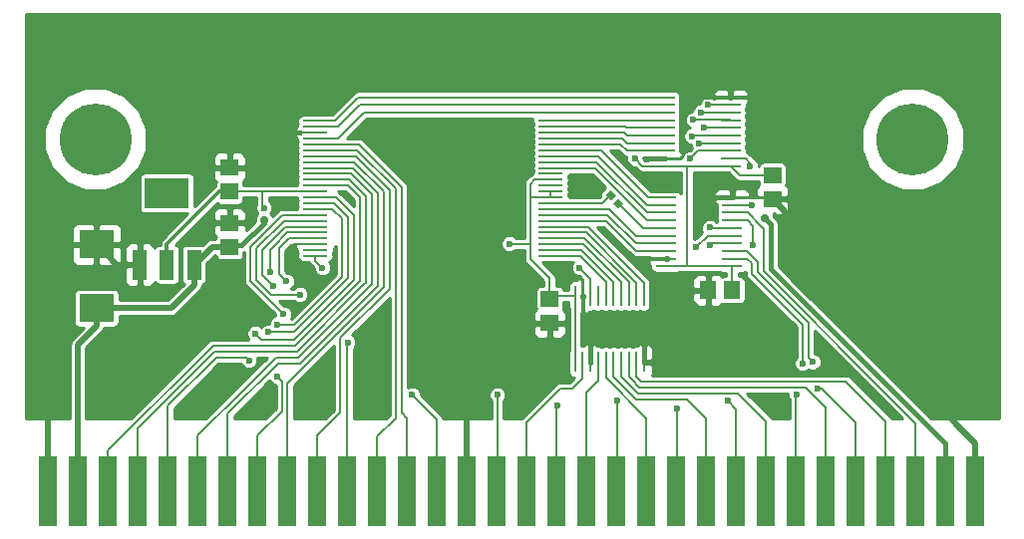
<source format=gtl>
G04 #@! TF.FileFunction,Copper,L1,Top,Signal*
%FSLAX46Y46*%
G04 Gerber Fmt 4.6, Leading zero omitted, Abs format (unit mm)*
G04 Created by KiCad (PCBNEW 4.0.7) date 07/02/21 15:20:09*
%MOMM*%
%LPD*%
G01*
G04 APERTURE LIST*
%ADD10C,0.200000*%
%ADD11R,3.000000X2.400000*%
%ADD12R,1.500000X1.400000*%
%ADD13R,1.400000X1.500000*%
%ADD14R,1.600000X6.000000*%
%ADD15R,0.250000X1.800000*%
%ADD16R,1.800000X0.250000*%
%ADD17O,2.200000X0.203200*%
%ADD18R,1.300000X2.500000*%
%ADD19R,3.850000X2.600000*%
%ADD20C,6.100000*%
%ADD21C,0.700000*%
%ADD22C,0.600000*%
%ADD23C,0.400000*%
%ADD24C,0.500000*%
%ADD25C,0.250000*%
%ADD26C,0.203200*%
%ADD27C,0.300000*%
G04 APERTURE END LIST*
D10*
D11*
X6499000Y-25468000D03*
X6499000Y-20068000D03*
D12*
X17802000Y-20261000D03*
X17802000Y-18216300D03*
D13*
X60474000Y-23944000D03*
X58429300Y-23944000D03*
D12*
X63903000Y-14165000D03*
X63903000Y-16209700D03*
X17802000Y-15562000D03*
X17802000Y-13517300D03*
X44980000Y-24706000D03*
X44980000Y-26750700D03*
D14*
X81140000Y-41000000D03*
X78600000Y-41000000D03*
X76060000Y-41000000D03*
X73520000Y-41000000D03*
X70980000Y-41000000D03*
X68440000Y-41000000D03*
X65900000Y-41000000D03*
X63360000Y-41000000D03*
X60820000Y-41000000D03*
X58280000Y-41000000D03*
X55740000Y-41000000D03*
X53200000Y-41000000D03*
X50660000Y-41000000D03*
X48120000Y-41000000D03*
X45580000Y-41000000D03*
X43040000Y-41000000D03*
X40500000Y-41000000D03*
X37960000Y-41000000D03*
X35420000Y-41000000D03*
X32880000Y-41000000D03*
X30340000Y-41000000D03*
X27800000Y-41000000D03*
X25260000Y-41000000D03*
X22720000Y-41000000D03*
X20180000Y-41000000D03*
X17640000Y-41000000D03*
X15100000Y-41000000D03*
X12560000Y-41000000D03*
X10020000Y-41000000D03*
X7480000Y-41000000D03*
X4940000Y-41000000D03*
X2400000Y-41000000D03*
D15*
X47139000Y-30040000D03*
X47789000Y-30040000D03*
X48439000Y-30040000D03*
X49089000Y-30040000D03*
X49739000Y-30040000D03*
X50389000Y-30040000D03*
X51039000Y-30040000D03*
X51689000Y-30040000D03*
X52339000Y-30040000D03*
X52989000Y-30040000D03*
X52989000Y-24440000D03*
X52339000Y-24440000D03*
X51689000Y-24440000D03*
X51039000Y-24440000D03*
X50389000Y-24440000D03*
X49739000Y-24440000D03*
X49089000Y-24440000D03*
X48439000Y-24440000D03*
X47789000Y-24440000D03*
X47139000Y-24440000D03*
D16*
X60474000Y-21912000D03*
X60474000Y-21262000D03*
X60474000Y-20612000D03*
X60474000Y-19962000D03*
X60474000Y-19312000D03*
X60474000Y-18662000D03*
X60474000Y-18012000D03*
X60474000Y-17362000D03*
X60474000Y-16712000D03*
X60474000Y-16062000D03*
X54874000Y-16062000D03*
X54874000Y-16712000D03*
X54874000Y-17362000D03*
X54874000Y-18012000D03*
X54874000Y-18662000D03*
X54874000Y-19312000D03*
X54874000Y-19962000D03*
X54874000Y-20612000D03*
X54874000Y-21262000D03*
X54874000Y-21912000D03*
X60347000Y-13403000D03*
X60347000Y-12753000D03*
X60347000Y-12103000D03*
X60347000Y-11453000D03*
X60347000Y-10803000D03*
X60347000Y-10153000D03*
X60347000Y-9503000D03*
X60347000Y-8853000D03*
X60347000Y-8203000D03*
X60347000Y-7553000D03*
X54747000Y-7553000D03*
X54747000Y-8203000D03*
X54747000Y-8853000D03*
X54747000Y-9503000D03*
X54747000Y-10153000D03*
X54747000Y-10803000D03*
X54747000Y-11453000D03*
X54747000Y-12103000D03*
X54747000Y-12753000D03*
X54747000Y-13403000D03*
D17*
X45074000Y-21054000D03*
X45074000Y-20554000D03*
X45074000Y-20054000D03*
X45074000Y-19554000D03*
X45074000Y-19054000D03*
X45074000Y-18554000D03*
X45074000Y-18054000D03*
X45074000Y-17554000D03*
X45074000Y-17054000D03*
X45074000Y-16554000D03*
X45074000Y-16054000D03*
X45074000Y-15554000D03*
X45074000Y-15054000D03*
X45074000Y-14554000D03*
X45074000Y-14054000D03*
X45074000Y-13554000D03*
X45074000Y-13054000D03*
X45074000Y-12554000D03*
X45074000Y-12054000D03*
X45074000Y-11554000D03*
X45074000Y-11054000D03*
X45074000Y-10554000D03*
X45074000Y-10054000D03*
X45074000Y-9554000D03*
X25074000Y-9554000D03*
X25074000Y-10054000D03*
X25074000Y-10554000D03*
X25074000Y-11054000D03*
X25074000Y-11554000D03*
X25074000Y-12054000D03*
X25074000Y-12554000D03*
X25074000Y-13054000D03*
X25074000Y-13554000D03*
X25074000Y-14054000D03*
X25074000Y-14554000D03*
X25074000Y-15054000D03*
X25074000Y-15554000D03*
X25074000Y-16054000D03*
X25074000Y-16554000D03*
X25074000Y-17054000D03*
X25074000Y-17554000D03*
X25074000Y-18054000D03*
X25074000Y-18554000D03*
X25074000Y-19054000D03*
X25074000Y-19554000D03*
X25074000Y-20054000D03*
X25074000Y-20554000D03*
X25074000Y-21054000D03*
D18*
X10182000Y-21785000D03*
X12480700Y-21785000D03*
X14779400Y-21785000D03*
D19*
X12480700Y-15689000D03*
D20*
X6400000Y-11100000D03*
X75800000Y-11100000D03*
D10*
G36*
X51259829Y-16591565D02*
X50835565Y-17015829D01*
X50340591Y-16520855D01*
X50764855Y-16096591D01*
X51259829Y-16591565D01*
X51259829Y-16591565D01*
G37*
G36*
X50586310Y-15918046D02*
X50162046Y-16342310D01*
X49667072Y-15847336D01*
X50091336Y-15423072D01*
X50586310Y-15918046D01*
X50586310Y-15918046D01*
G37*
D21*
X63268000Y-17848000D03*
X20723000Y-17975000D03*
X79524000Y-4513000D03*
X71777000Y-3751000D03*
X66316000Y-5021000D03*
X24533000Y-7180000D03*
X26819000Y-3751000D03*
X68983000Y-14038000D03*
X68983000Y-10228000D03*
X65808000Y-9085000D03*
X63268000Y-7053000D03*
X66824000Y-17467000D03*
X70253000Y-19880000D03*
X54632000Y-4005000D03*
X60220000Y-4132000D03*
X21612000Y-2862000D03*
X16786000Y-2862000D03*
X3070000Y-4513000D03*
X9420000Y-2735000D03*
X14500000Y-4894000D03*
X24787000Y-23055000D03*
X35074000Y-14419000D03*
X33550000Y-18356000D03*
X38630000Y-18356000D03*
X41424000Y-14419000D03*
X47901000Y-15054000D03*
X50695000Y-12387000D03*
X57807000Y-16959000D03*
X74952000Y-17594000D03*
X81048000Y-15435000D03*
X76476000Y-28897000D03*
X81556000Y-26992000D03*
X72539000Y-25214000D03*
X76222000Y-22293000D03*
X80159000Y-19880000D03*
X70126000Y-30675000D03*
X67840000Y-28389000D03*
X63903000Y-33596000D03*
X62252000Y-28389000D03*
X63141000Y-30802000D03*
X54886000Y-30548000D03*
X57934000Y-29278000D03*
X54886000Y-27627000D03*
X57807000Y-26230000D03*
X54886000Y-24960000D03*
X51457000Y-28262000D03*
X49679000Y-26484000D03*
X42694000Y-32453000D03*
X44091000Y-30421000D03*
X28089000Y-16324000D03*
X22501000Y-16451000D03*
X22374000Y-14165000D03*
X20469000Y-12133000D03*
X41678000Y-9974000D03*
X37614000Y-12260000D03*
X34947000Y-9974000D03*
X32026000Y-12260000D03*
X29740000Y-9974000D03*
X21485000Y-9593000D03*
X19834000Y-7434000D03*
X16532000Y-9720000D03*
X12341000Y-9720000D03*
X12341000Y-12514000D03*
X2435000Y-20134000D03*
X5102000Y-17340000D03*
X1800000Y-15689000D03*
X1419000Y-29913000D03*
X3578000Y-27500000D03*
X38503000Y-28770000D03*
X35328000Y-32072000D03*
X33804000Y-28643000D03*
X41678000Y-24198000D03*
X39900000Y-26357000D03*
X37614000Y-24198000D03*
X35582000Y-26103000D03*
X33804000Y-24198000D03*
X26311000Y-29532000D03*
X25422000Y-32453000D03*
X23771000Y-34104000D03*
X31010000Y-25595000D03*
X29994000Y-28262000D03*
X30502000Y-33469000D03*
X29232000Y-30421000D03*
X21231000Y-32961000D03*
X19326000Y-33977000D03*
X17675000Y-31183000D03*
X15389000Y-33215000D03*
X18310000Y-24960000D03*
X13992000Y-27246000D03*
X11960000Y-30294000D03*
X8404000Y-33215000D03*
X6372000Y-30675000D03*
X7769000Y-28516000D03*
X9674000Y-26865000D03*
X51203000Y-20515000D03*
X64284000Y-25976000D03*
X67205000Y-23055000D03*
X15770000Y-13530000D03*
X42821000Y-26738000D03*
X46123000Y-22801000D03*
X10182000Y-18610000D03*
X15135000Y-18737000D03*
D22*
X52219000Y-12768000D03*
X20723000Y-16959000D03*
X41551000Y-20007000D03*
X62125000Y-16705000D03*
X67713000Y-32326000D03*
X65935000Y-32834000D03*
X61998000Y-13403000D03*
X56918000Y-12768000D03*
X60093000Y-33342000D03*
X55775000Y-33977000D03*
X57680000Y-11498000D03*
X57045000Y-10863000D03*
X50695000Y-33342000D03*
X45615000Y-33723000D03*
X58061000Y-10101000D03*
X40535000Y-32834000D03*
X58442000Y-8196000D03*
X21231000Y-22420000D03*
X33296000Y-32834000D03*
X27835000Y-28389000D03*
X23771000Y-24325000D03*
X21866000Y-26865000D03*
X21866000Y-31310000D03*
X19961000Y-27627000D03*
X19453000Y-29913000D03*
X67332000Y-30040000D03*
X66443000Y-30167000D03*
X62252000Y-20134000D03*
X58569000Y-18610000D03*
X58569000Y-20134000D03*
X57426000Y-20261000D03*
X57172000Y-9466000D03*
X57807000Y-8831000D03*
X22628000Y-23182000D03*
X21485000Y-23563000D03*
X22374000Y-25976000D03*
X21104000Y-27500000D03*
X25676000Y-22039000D03*
X47520000Y-22039000D03*
D23*
X63776000Y-22166000D02*
X63776000Y-21658000D01*
X78600000Y-41000000D02*
X78600000Y-36990000D01*
X78600000Y-36990000D02*
X65173000Y-23563000D01*
X63268000Y-17848000D02*
X63776000Y-18356000D01*
X63776000Y-18356000D02*
X63776000Y-21658000D01*
X65173000Y-23563000D02*
X63776000Y-22166000D01*
X18818000Y-20134000D02*
X17929000Y-20134000D01*
X20723000Y-18229000D02*
X18818000Y-20134000D01*
X20723000Y-17975000D02*
X20723000Y-18229000D01*
X17929000Y-20134000D02*
X17802000Y-20261000D01*
D24*
X4940000Y-41000000D02*
X4940000Y-28551000D01*
X6499000Y-26992000D02*
X6499000Y-25468000D01*
X4940000Y-28551000D02*
X6499000Y-26992000D01*
X14779400Y-21785000D02*
X16303400Y-20261000D01*
X16303400Y-20261000D02*
X17802000Y-20261000D01*
X6499000Y-25468000D02*
X12849000Y-25468000D01*
X14779400Y-23537600D02*
X14779400Y-21785000D01*
X12849000Y-25468000D02*
X14779400Y-23537600D01*
D25*
X63268000Y-7053000D02*
X65300000Y-5021000D01*
X78762000Y-3751000D02*
X79524000Y-4513000D01*
X71777000Y-3751000D02*
X78762000Y-3751000D01*
X65300000Y-5021000D02*
X66316000Y-5021000D01*
X19834000Y-7434000D02*
X20088000Y-7180000D01*
X20088000Y-7180000D02*
X24533000Y-7180000D01*
X68983000Y-14038000D02*
X68983000Y-10228000D01*
X65808000Y-9085000D02*
X65300000Y-9085000D01*
X65300000Y-9085000D02*
X63268000Y-7053000D01*
D24*
X69237000Y-19880000D02*
X66824000Y-17467000D01*
X70253000Y-19880000D02*
X69237000Y-19880000D01*
D25*
X60093000Y-4005000D02*
X54632000Y-4005000D01*
X60220000Y-4132000D02*
X60093000Y-4005000D01*
X21612000Y-2862000D02*
X16786000Y-2862000D01*
X12341000Y-2735000D02*
X9420000Y-2735000D01*
X14500000Y-4894000D02*
X12341000Y-2735000D01*
D26*
X25074000Y-20054000D02*
X23216000Y-20054000D01*
X22882000Y-21150000D02*
X22882000Y-20642000D01*
X22882000Y-21150000D02*
X24787000Y-23055000D01*
X22882000Y-20388000D02*
X22882000Y-20642000D01*
X23216000Y-20054000D02*
X22882000Y-20388000D01*
X25074000Y-10554000D02*
X19127000Y-10554000D01*
X17802000Y-11879000D02*
X17802000Y-13517300D01*
X19127000Y-10554000D02*
X17802000Y-11879000D01*
D25*
X35455000Y-14419000D02*
X35074000Y-14419000D01*
X33550000Y-18356000D02*
X38630000Y-18356000D01*
X35455000Y-14419000D02*
X37614000Y-12260000D01*
X60474000Y-16062000D02*
X58704000Y-16062000D01*
X58704000Y-16062000D02*
X57807000Y-16959000D01*
D24*
X75714000Y-28897000D02*
X76476000Y-28897000D01*
X81556000Y-26992000D02*
X79778000Y-25214000D01*
X79778000Y-25214000D02*
X72539000Y-25214000D01*
X76222000Y-22293000D02*
X77746000Y-22293000D01*
X77746000Y-22293000D02*
X80159000Y-19880000D01*
X74380500Y-30230500D02*
X75714000Y-28897000D01*
D25*
X70126000Y-30675000D02*
X67840000Y-28389000D01*
X61871000Y-28008000D02*
X62252000Y-28389000D01*
X61871000Y-25976000D02*
X61871000Y-28008000D01*
X53997000Y-24960000D02*
X54886000Y-24960000D01*
X56664000Y-30548000D02*
X54886000Y-30548000D01*
X57934000Y-29278000D02*
X56664000Y-30548000D01*
X56283000Y-26230000D02*
X54886000Y-27627000D01*
X57807000Y-26230000D02*
X56283000Y-26230000D01*
X51457000Y-27500000D02*
X51457000Y-28262000D01*
X49298000Y-27500000D02*
X49679000Y-27119000D01*
X49679000Y-27119000D02*
X49679000Y-26484000D01*
D24*
X40344500Y-29214500D02*
X42884500Y-29214500D01*
X42884500Y-29214500D02*
X44091000Y-30421000D01*
D25*
X22374000Y-14038000D02*
X22374000Y-14165000D01*
X20469000Y-12133000D02*
X22374000Y-14038000D01*
X35328000Y-9974000D02*
X37614000Y-12260000D01*
X34947000Y-9974000D02*
X35328000Y-9974000D01*
X29740000Y-9974000D02*
X32026000Y-12260000D01*
X19834000Y-7434000D02*
X19834000Y-7942000D01*
X19834000Y-7942000D02*
X21485000Y-9593000D01*
X15770000Y-13530000D02*
X14754000Y-12514000D01*
X12341000Y-9720000D02*
X16532000Y-9720000D01*
X14754000Y-12514000D02*
X12341000Y-12514000D01*
X6433000Y-20134000D02*
X2435000Y-20134000D01*
X3451000Y-17340000D02*
X5102000Y-17340000D01*
X1800000Y-15689000D02*
X3451000Y-17340000D01*
X6433000Y-20134000D02*
X6499000Y-20068000D01*
D24*
X2400000Y-24198000D02*
X2400000Y-20169000D01*
D25*
X2400000Y-29913000D02*
X1419000Y-29913000D01*
X35582000Y-26103000D02*
X35582000Y-26865000D01*
X35328000Y-31945000D02*
X38503000Y-28770000D01*
X35328000Y-32072000D02*
X35328000Y-31945000D01*
X35582000Y-26865000D02*
X33804000Y-28643000D01*
X39773000Y-26357000D02*
X39900000Y-26357000D01*
X37614000Y-24198000D02*
X39773000Y-26357000D01*
X35582000Y-25976000D02*
X35582000Y-26103000D01*
X33804000Y-24198000D02*
X35582000Y-25976000D01*
X23771000Y-34104000D02*
X25422000Y-32453000D01*
X26311000Y-29532000D02*
X26311000Y-31564000D01*
X26311000Y-31564000D02*
X25422000Y-32453000D01*
X29994000Y-28262000D02*
X29232000Y-29024000D01*
X31010000Y-25595000D02*
X31010000Y-27246000D01*
X31010000Y-27246000D02*
X29994000Y-28262000D01*
X29232000Y-29024000D02*
X29232000Y-30421000D01*
X20342000Y-32961000D02*
X21231000Y-32961000D01*
X19326000Y-33977000D02*
X20342000Y-32961000D01*
X15643000Y-33215000D02*
X17675000Y-31183000D01*
X15389000Y-33215000D02*
X15643000Y-33215000D01*
X11960000Y-29278000D02*
X13992000Y-27246000D01*
X11960000Y-30294000D02*
X11960000Y-29278000D01*
X6372000Y-31183000D02*
X8404000Y-33215000D01*
X6372000Y-30675000D02*
X6372000Y-31183000D01*
X8023000Y-28516000D02*
X7769000Y-28516000D01*
X9674000Y-26865000D02*
X8023000Y-28516000D01*
X52600000Y-21912000D02*
X52854000Y-21912000D01*
X51203000Y-20515000D02*
X52600000Y-21912000D01*
X60347000Y-7553000D02*
X61736000Y-7553000D01*
X66062000Y-16209700D02*
X63903000Y-16209700D01*
X66062000Y-16209700D02*
X66062000Y-12133000D01*
X66062000Y-11879000D02*
X66062000Y-12133000D01*
X61736000Y-7553000D02*
X66062000Y-11879000D01*
X60347000Y-7553000D02*
X56418000Y-7553000D01*
X56044000Y-12753000D02*
X54747000Y-12753000D01*
X56283000Y-12514000D02*
X56044000Y-12753000D01*
X56283000Y-7688000D02*
X56283000Y-12514000D01*
X56418000Y-7553000D02*
X56283000Y-7688000D01*
X54732000Y-12768000D02*
X54747000Y-12753000D01*
X58429300Y-25455300D02*
X58950000Y-25976000D01*
X58950000Y-25976000D02*
X61871000Y-25976000D01*
X61871000Y-25976000D02*
X64284000Y-25976000D01*
X58429300Y-25455300D02*
X58429300Y-23944000D01*
D24*
X81140000Y-41000000D02*
X81140000Y-36990000D01*
X64919000Y-17225700D02*
X63903000Y-16209700D01*
X67205000Y-23055000D02*
X64919000Y-20769000D01*
X64919000Y-20769000D02*
X64919000Y-17225700D01*
X81140000Y-36990000D02*
X74380500Y-30230500D01*
X74380500Y-30230500D02*
X67205000Y-23055000D01*
X37960000Y-41000000D02*
X37960000Y-31599000D01*
X37960000Y-31599000D02*
X40344500Y-29214500D01*
X40344500Y-29214500D02*
X42821000Y-26738000D01*
D25*
X42833700Y-26750700D02*
X44980000Y-26750700D01*
D24*
X6499000Y-20068000D02*
X8216000Y-21785000D01*
X8216000Y-21785000D02*
X10182000Y-21785000D01*
X2400000Y-41000000D02*
X2400000Y-29913000D01*
X2400000Y-29913000D02*
X2400000Y-24198000D01*
X2400000Y-24198000D02*
X2400000Y-24167000D01*
D25*
X15770000Y-13530000D02*
X15782700Y-13517300D01*
X15782700Y-13517300D02*
X17802000Y-13517300D01*
X60474000Y-16062000D02*
X63755300Y-16062000D01*
X63755300Y-16062000D02*
X63903000Y-16209700D01*
X58429300Y-23944000D02*
X53997000Y-23944000D01*
X52989000Y-27500000D02*
X52989000Y-26984000D01*
X53250000Y-21262000D02*
X52981000Y-21531000D01*
X52981000Y-21912000D02*
X52981000Y-22293000D01*
X52981000Y-21531000D02*
X52981000Y-21912000D01*
X52981000Y-22293000D02*
X53997000Y-23309000D01*
X53250000Y-21262000D02*
X54874000Y-21262000D01*
X53997000Y-25976000D02*
X53997000Y-24960000D01*
X53997000Y-24960000D02*
X53997000Y-23944000D01*
X53997000Y-23944000D02*
X53997000Y-23309000D01*
X52989000Y-26984000D02*
X53997000Y-25976000D01*
X42821000Y-26738000D02*
X42833700Y-26750700D01*
X47789000Y-23070000D02*
X47789000Y-24440000D01*
X47647000Y-22928000D02*
X47789000Y-23070000D01*
X46250000Y-22928000D02*
X47647000Y-22928000D01*
X46123000Y-22801000D02*
X46250000Y-22928000D01*
X10182000Y-21785000D02*
X10182000Y-18610000D01*
X15655700Y-18216300D02*
X17802000Y-18216300D01*
X15135000Y-18737000D02*
X15655700Y-18216300D01*
X54732000Y-12768000D02*
X54747000Y-12753000D01*
X52989000Y-28143000D02*
X52989000Y-27500000D01*
X52989000Y-30040000D02*
X52989000Y-28143000D01*
X52989000Y-27500000D02*
X52981000Y-27500000D01*
X52346000Y-27500000D02*
X52981000Y-27500000D01*
X48409000Y-27500000D02*
X49298000Y-27500000D01*
X49298000Y-27500000D02*
X51076000Y-27500000D01*
X51076000Y-27500000D02*
X51457000Y-27500000D01*
X51457000Y-27500000D02*
X52346000Y-27500000D01*
X60355000Y-7561000D02*
X60347000Y-7553000D01*
X48439000Y-30040000D02*
X48439000Y-27530000D01*
X48439000Y-27530000D02*
X48409000Y-27500000D01*
X47789000Y-24440000D02*
X47789000Y-26880000D01*
X47789000Y-26880000D02*
X48409000Y-27500000D01*
D26*
X45074000Y-15554000D02*
X45074000Y-16054000D01*
X45074000Y-16054000D02*
X43345000Y-16054000D01*
X43345000Y-16054000D02*
X43329000Y-16070000D01*
X54747000Y-13403000D02*
X52854000Y-13403000D01*
X52854000Y-13403000D02*
X52219000Y-12768000D01*
X20596000Y-15554000D02*
X20596000Y-16832000D01*
X20596000Y-16832000D02*
X20723000Y-16959000D01*
X17802000Y-15562000D02*
X17810000Y-15554000D01*
X17810000Y-15554000D02*
X20596000Y-15554000D01*
X20596000Y-15554000D02*
X25074000Y-15554000D01*
X41551000Y-20007000D02*
X43329000Y-20007000D01*
X43329000Y-16451000D02*
X43329000Y-20007000D01*
X43329000Y-16070000D02*
X43329000Y-16451000D01*
X43329000Y-20007000D02*
X43329000Y-21277000D01*
X44980000Y-22928000D02*
X44980000Y-24706000D01*
X44726000Y-22674000D02*
X44980000Y-22928000D01*
X43329000Y-21277000D02*
X44726000Y-22674000D01*
X60347000Y-13403000D02*
X61109000Y-14165000D01*
X61109000Y-14165000D02*
X63903000Y-14165000D01*
X43329000Y-16070000D02*
X43329000Y-14927000D01*
X43329000Y-14927000D02*
X43702000Y-14554000D01*
X43702000Y-14554000D02*
X45074000Y-14554000D01*
D27*
X12480700Y-21785000D02*
X12480700Y-19994300D01*
X16913000Y-15562000D02*
X17802000Y-15562000D01*
X12480700Y-19994300D02*
X16913000Y-15562000D01*
D26*
X60474000Y-23944000D02*
X60474000Y-21912000D01*
X44980000Y-24706000D02*
X45246000Y-24440000D01*
X45246000Y-24440000D02*
X47139000Y-24440000D01*
X56664000Y-21912000D02*
X56664000Y-13403000D01*
X54759000Y-13415000D02*
X54747000Y-13403000D01*
X57172000Y-21912000D02*
X56664000Y-21912000D01*
X56664000Y-21912000D02*
X56156000Y-21912000D01*
X56156000Y-21912000D02*
X54874000Y-21912000D01*
X57172000Y-21912000D02*
X60474000Y-21912000D01*
X54747000Y-13403000D02*
X56664000Y-13403000D01*
X56664000Y-13403000D02*
X57172000Y-13403000D01*
X57172000Y-13403000D02*
X60347000Y-13403000D01*
X47139000Y-24440000D02*
X47139000Y-30040000D01*
X63141000Y-21785000D02*
X63141000Y-22311084D01*
X76060000Y-35230084D02*
X74117458Y-33287542D01*
X76060000Y-35230084D02*
X76060000Y-41000000D01*
X63141000Y-22311084D02*
X74117458Y-33287542D01*
X63141000Y-21785000D02*
X63141000Y-18737000D01*
X60474000Y-17362000D02*
X61766000Y-17362000D01*
X61766000Y-17362000D02*
X63014000Y-18610000D01*
X63141000Y-21531000D02*
X63141000Y-21785000D01*
X63141000Y-18737000D02*
X63014000Y-18610000D01*
X68094000Y-31691000D02*
X70126000Y-31691000D01*
X52339000Y-30040000D02*
X52339000Y-31303000D01*
X73520000Y-37117000D02*
X73520000Y-41000000D01*
X52727000Y-31691000D02*
X66824000Y-31691000D01*
X52339000Y-31303000D02*
X52727000Y-31691000D01*
X66824000Y-31691000D02*
X68094000Y-31691000D01*
X73520000Y-35085000D02*
X73520000Y-37117000D01*
X70126000Y-31691000D02*
X73520000Y-35085000D01*
X70980000Y-35212000D02*
X70634000Y-34866000D01*
X62118000Y-16712000D02*
X62125000Y-16705000D01*
X60474000Y-16712000D02*
X62118000Y-16712000D01*
X68094000Y-32326000D02*
X70634000Y-34866000D01*
X67713000Y-32326000D02*
X68094000Y-32326000D01*
X70980000Y-36736000D02*
X70980000Y-41000000D01*
X70980000Y-36736000D02*
X70980000Y-35212000D01*
X51965000Y-31564000D02*
X51689000Y-31288000D01*
X52600000Y-32199000D02*
X51965000Y-31564000D01*
X68440000Y-34993000D02*
X68440000Y-33942000D01*
X66697000Y-32199000D02*
X54124000Y-32199000D01*
X68440000Y-33942000D02*
X66697000Y-32199000D01*
X54124000Y-32199000D02*
X52600000Y-32199000D01*
X51689000Y-31288000D02*
X51689000Y-30040000D01*
X68440000Y-37279000D02*
X68440000Y-34993000D01*
X68440000Y-34993000D02*
X68440000Y-34958000D01*
X68440000Y-37244000D02*
X68440000Y-37279000D01*
X68440000Y-37279000D02*
X68440000Y-41000000D01*
X65900000Y-32869000D02*
X65935000Y-32834000D01*
X65900000Y-41000000D02*
X65900000Y-32869000D01*
X61602000Y-12753000D02*
X60347000Y-12753000D01*
X61998000Y-13149000D02*
X61602000Y-12753000D01*
X61998000Y-13403000D02*
X61998000Y-13149000D01*
X60982000Y-32707000D02*
X63360000Y-35085000D01*
X63360000Y-35466000D02*
X63360000Y-35085000D01*
X51039000Y-31273000D02*
X51039000Y-30040000D01*
X52473000Y-32707000D02*
X60601000Y-32707000D01*
X51039000Y-31273000D02*
X52473000Y-32707000D01*
X60601000Y-32707000D02*
X60982000Y-32707000D01*
X63360000Y-37117000D02*
X63360000Y-41000000D01*
X63360000Y-37117000D02*
X63360000Y-35466000D01*
X63360000Y-35882000D02*
X63360000Y-35466000D01*
X60820000Y-36517000D02*
X60820000Y-34069000D01*
X57583000Y-12103000D02*
X56918000Y-12768000D01*
X57583000Y-12103000D02*
X60347000Y-12103000D01*
X60820000Y-34069000D02*
X60093000Y-33342000D01*
X60820000Y-36898000D02*
X60820000Y-36517000D01*
X60820000Y-36517000D02*
X60820000Y-36482000D01*
X60820000Y-36863000D02*
X60820000Y-36898000D01*
X60820000Y-36898000D02*
X60820000Y-41000000D01*
X58280000Y-35085000D02*
X58280000Y-34831000D01*
X58280000Y-35120000D02*
X58280000Y-35974000D01*
X58280000Y-35085000D02*
X58280000Y-35120000D01*
X51076000Y-31945000D02*
X50389000Y-31258000D01*
X55521000Y-33215000D02*
X52346000Y-33215000D01*
X52346000Y-33215000D02*
X51076000Y-31945000D01*
X58280000Y-36898000D02*
X58280000Y-35974000D01*
X50389000Y-31258000D02*
X50389000Y-30040000D01*
X55521000Y-33215000D02*
X56156000Y-33215000D01*
X56664000Y-33215000D02*
X56156000Y-33215000D01*
X58280000Y-34831000D02*
X56664000Y-33215000D01*
X58280000Y-36863000D02*
X58280000Y-36898000D01*
X58280000Y-36898000D02*
X58280000Y-41000000D01*
X55775000Y-34485000D02*
X55775000Y-33977000D01*
X55775000Y-40965000D02*
X55775000Y-36517000D01*
X55775000Y-36517000D02*
X55775000Y-34485000D01*
X57725000Y-11453000D02*
X60347000Y-11453000D01*
X57725000Y-11453000D02*
X57680000Y-11498000D01*
X55775000Y-40965000D02*
X55740000Y-41000000D01*
X53200000Y-36898000D02*
X53200000Y-34831000D01*
X49739000Y-31370000D02*
X49739000Y-30040000D01*
X53200000Y-34831000D02*
X49739000Y-31370000D01*
X53200000Y-36863000D02*
X53200000Y-36898000D01*
X53200000Y-36898000D02*
X53200000Y-41000000D01*
X60347000Y-10803000D02*
X57105000Y-10803000D01*
X57105000Y-10803000D02*
X57045000Y-10863000D01*
X50695000Y-33977000D02*
X50695000Y-40965000D01*
X50695000Y-33342000D02*
X50695000Y-33977000D01*
X50695000Y-40965000D02*
X50660000Y-41000000D01*
X49089000Y-30040000D02*
X49089000Y-31646000D01*
X48120000Y-35663000D02*
X48120000Y-41000000D01*
X48120000Y-32615000D02*
X48120000Y-35663000D01*
X49089000Y-31646000D02*
X48120000Y-32615000D01*
X45580000Y-33758000D02*
X45615000Y-33723000D01*
X45580000Y-41000000D02*
X45580000Y-33758000D01*
X58113000Y-10153000D02*
X60347000Y-10153000D01*
X58061000Y-10101000D02*
X58113000Y-10153000D01*
X45615000Y-40965000D02*
X45580000Y-41000000D01*
X46885000Y-32326000D02*
X47774000Y-31437000D01*
X43040000Y-35155000D02*
X45869000Y-32326000D01*
X45869000Y-32326000D02*
X46885000Y-32326000D01*
X43040000Y-41000000D02*
X43040000Y-35155000D01*
X47774000Y-31437000D02*
X47774000Y-30055000D01*
X47774000Y-30055000D02*
X47789000Y-30040000D01*
X40535000Y-40965000D02*
X40535000Y-32834000D01*
X60347000Y-8203000D02*
X58449000Y-8203000D01*
X58449000Y-8203000D02*
X58442000Y-8196000D01*
X40535000Y-40965000D02*
X40500000Y-41000000D01*
X21485000Y-20261000D02*
X21231000Y-20515000D01*
X22692000Y-19054000D02*
X21485000Y-20261000D01*
X35420000Y-41000000D02*
X35420000Y-34958000D01*
X35420000Y-34958000D02*
X33296000Y-32834000D01*
X22692000Y-19054000D02*
X25074000Y-19054000D01*
X21231000Y-20515000D02*
X21231000Y-22420000D01*
X35455000Y-40965000D02*
X35420000Y-41000000D01*
X35455000Y-40965000D02*
X35420000Y-41000000D01*
X32880000Y-41000000D02*
X32880000Y-34831000D01*
X28780000Y-11554000D02*
X25074000Y-11554000D01*
X32407000Y-15181000D02*
X32407000Y-23944000D01*
X28780000Y-11554000D02*
X32407000Y-15181000D01*
X32407000Y-23944000D02*
X32407000Y-33723000D01*
X32407000Y-34358000D02*
X32407000Y-33723000D01*
X32880000Y-34831000D02*
X32407000Y-34358000D01*
X32915000Y-40965000D02*
X32880000Y-41000000D01*
X30340000Y-36390000D02*
X31899000Y-34831000D01*
X31899000Y-34704000D02*
X31899000Y-33723000D01*
X31899000Y-23944000D02*
X31899000Y-33723000D01*
X25074000Y-12054000D02*
X28645000Y-12054000D01*
X31899000Y-15308000D02*
X31899000Y-23944000D01*
X28645000Y-12054000D02*
X31899000Y-15308000D01*
X30340000Y-36390000D02*
X30340000Y-41000000D01*
X31899000Y-34831000D02*
X31899000Y-34704000D01*
X21358000Y-24325000D02*
X23771000Y-24325000D01*
X25074000Y-18054000D02*
X22422000Y-18054000D01*
X20088000Y-23055000D02*
X20850000Y-23817000D01*
X20088000Y-20388000D02*
X20088000Y-23055000D01*
X22422000Y-18054000D02*
X20088000Y-20388000D01*
X27835000Y-28389000D02*
X27800000Y-28424000D01*
X27800000Y-28424000D02*
X27800000Y-41000000D01*
X20850000Y-23817000D02*
X21358000Y-24325000D01*
X27835000Y-40965000D02*
X27800000Y-41000000D01*
X25260000Y-41000000D02*
X25260000Y-36298000D01*
X27200000Y-34358000D02*
X27200000Y-28008000D01*
X25260000Y-36298000D02*
X27200000Y-34358000D01*
X27200000Y-28008000D02*
X27200000Y-28008000D01*
X25074000Y-12554000D02*
X28510000Y-12554000D01*
X31391000Y-23817000D02*
X27200000Y-28008000D01*
X31391000Y-15435000D02*
X31391000Y-23817000D01*
X28510000Y-12554000D02*
X31391000Y-15435000D01*
X25074000Y-13054000D02*
X28375000Y-13054000D01*
X22720000Y-31853000D02*
X22720000Y-41000000D01*
X30883000Y-23690000D02*
X22720000Y-31853000D01*
X30883000Y-15562000D02*
X30883000Y-23690000D01*
X28375000Y-13054000D02*
X30883000Y-15562000D01*
X27327000Y-17848000D02*
X26533000Y-17054000D01*
X25074000Y-17054000D02*
X26533000Y-17054000D01*
X27327000Y-22801000D02*
X27327000Y-18356000D01*
X23263000Y-26865000D02*
X27327000Y-22801000D01*
X21866000Y-26865000D02*
X23263000Y-26865000D01*
X27327000Y-18356000D02*
X27327000Y-17848000D01*
X20180000Y-36298000D02*
X20180000Y-41000000D01*
X22247000Y-34231000D02*
X20180000Y-36298000D01*
X22247000Y-31691000D02*
X22247000Y-34231000D01*
X21866000Y-31310000D02*
X22247000Y-31691000D01*
X25074000Y-13554000D02*
X28240000Y-13554000D01*
X17640000Y-34418402D02*
X21891402Y-30167000D01*
X21891402Y-30167000D02*
X23771000Y-30167000D01*
X23771000Y-30167000D02*
X30375000Y-23563000D01*
X30375000Y-23563000D02*
X30375000Y-15689000D01*
X30375000Y-15689000D02*
X28978000Y-14292000D01*
X17640000Y-36298000D02*
X17640000Y-41000000D01*
X17640000Y-36298000D02*
X17640000Y-34418402D01*
X28240000Y-13554000D02*
X28978000Y-14292000D01*
X25074000Y-14054000D02*
X28105000Y-14054000D01*
X21739000Y-29659000D02*
X23644000Y-29659000D01*
X23644000Y-29659000D02*
X29867000Y-23436000D01*
X29867000Y-23436000D02*
X29867000Y-15816000D01*
X29867000Y-15816000D02*
X28343000Y-14292000D01*
X15100000Y-36298000D02*
X15100000Y-41000000D01*
X18945000Y-32453000D02*
X15100000Y-36298000D01*
X18945000Y-32453000D02*
X21739000Y-29659000D01*
X28105000Y-14054000D02*
X28343000Y-14292000D01*
X12560000Y-34139000D02*
X12560000Y-33758000D01*
X25074000Y-16054000D02*
X26803000Y-16054000D01*
X20596000Y-28135000D02*
X23263000Y-28135000D01*
X23263000Y-28135000D02*
X28343000Y-23055000D01*
X28343000Y-23055000D02*
X28343000Y-18991000D01*
X28343000Y-17594000D02*
X28343000Y-18991000D01*
X26803000Y-16054000D02*
X28343000Y-17594000D01*
X12560000Y-34139000D02*
X12560000Y-41000000D01*
X20469000Y-28135000D02*
X20596000Y-28135000D01*
X19961000Y-27627000D02*
X20469000Y-28135000D01*
X19199000Y-29659000D02*
X19453000Y-29913000D01*
X16659000Y-29659000D02*
X19199000Y-29659000D01*
X12560000Y-33758000D02*
X16659000Y-29659000D01*
X21358000Y-29151000D02*
X16532000Y-29151000D01*
X27970000Y-14554000D02*
X29359000Y-15943000D01*
X29359000Y-15943000D02*
X29359000Y-16070000D01*
X29359000Y-16070000D02*
X29359000Y-22674000D01*
X29359000Y-23309000D02*
X29359000Y-22674000D01*
X23517000Y-29151000D02*
X29232000Y-23436000D01*
X21358000Y-29151000D02*
X23517000Y-29151000D01*
X29232000Y-23436000D02*
X29359000Y-23309000D01*
X25074000Y-14554000D02*
X27970000Y-14554000D01*
X10020000Y-35663000D02*
X10020000Y-41000000D01*
X16532000Y-29151000D02*
X10020000Y-35663000D01*
X7480000Y-41000000D02*
X7480000Y-37568000D01*
X16405000Y-28643000D02*
X7480000Y-37568000D01*
X21104000Y-28643000D02*
X17548000Y-28643000D01*
X27835000Y-15054000D02*
X28851000Y-16070000D01*
X28851000Y-16070000D02*
X28851000Y-16578000D01*
X27327000Y-15054000D02*
X25074000Y-15054000D01*
X21104000Y-28643000D02*
X23390000Y-28643000D01*
X23390000Y-28643000D02*
X28724000Y-23309000D01*
X28724000Y-23309000D02*
X28851000Y-23182000D01*
X28851000Y-23182000D02*
X28851000Y-22166000D01*
X28851000Y-22166000D02*
X28851000Y-17340000D01*
X28851000Y-16578000D02*
X28851000Y-17340000D01*
X27327000Y-15054000D02*
X27835000Y-15054000D01*
X17548000Y-28643000D02*
X16659000Y-28643000D01*
X16659000Y-28643000D02*
X16405000Y-28643000D01*
X66697000Y-26484000D02*
X66951000Y-26738000D01*
X62633000Y-22420000D02*
X66697000Y-26484000D01*
X60474000Y-20612000D02*
X61714000Y-20612000D01*
X61714000Y-20612000D02*
X62379000Y-21277000D01*
X62379000Y-21277000D02*
X62633000Y-21531000D01*
X62633000Y-21531000D02*
X62633000Y-22420000D01*
X66951000Y-29659000D02*
X67332000Y-30040000D01*
X66951000Y-26738000D02*
X66951000Y-29659000D01*
X60504000Y-20642000D02*
X60474000Y-20612000D01*
X62125000Y-21658000D02*
X62125000Y-22547000D01*
X61729000Y-21262000D02*
X62125000Y-21658000D01*
X61729000Y-21262000D02*
X60474000Y-21262000D01*
X66443000Y-26865000D02*
X66443000Y-30167000D01*
X62125000Y-22547000D02*
X66443000Y-26865000D01*
X60489000Y-21277000D02*
X60474000Y-21262000D01*
X61781000Y-18012000D02*
X62252000Y-18483000D01*
X61781000Y-18012000D02*
X60474000Y-18012000D01*
X62252000Y-18483000D02*
X62252000Y-20134000D01*
X60474000Y-18662000D02*
X58621000Y-18662000D01*
X58569000Y-18610000D02*
X58621000Y-18662000D01*
X58741000Y-19962000D02*
X60474000Y-19962000D01*
X58741000Y-19962000D02*
X58569000Y-20134000D01*
X58375000Y-19312000D02*
X57426000Y-20261000D01*
X60474000Y-19312000D02*
X58375000Y-19312000D01*
X60310000Y-9466000D02*
X57172000Y-9466000D01*
X60310000Y-9466000D02*
X60347000Y-9503000D01*
X57829000Y-8853000D02*
X57807000Y-8831000D01*
X57829000Y-8853000D02*
X60347000Y-8853000D01*
X21993000Y-20388000D02*
X21993000Y-22547000D01*
X22827000Y-19554000D02*
X21993000Y-20388000D01*
X25074000Y-19554000D02*
X22827000Y-19554000D01*
X21993000Y-22547000D02*
X22628000Y-23182000D01*
X20977000Y-20134000D02*
X20596000Y-20515000D01*
X22557000Y-18554000D02*
X20977000Y-20134000D01*
X20596000Y-22039000D02*
X20596000Y-22674000D01*
X20596000Y-22674000D02*
X21485000Y-23563000D01*
X25074000Y-18554000D02*
X22557000Y-18554000D01*
X20596000Y-20515000D02*
X20596000Y-22039000D01*
X25074000Y-17554000D02*
X22287000Y-17554000D01*
X19580000Y-23182000D02*
X22374000Y-25976000D01*
X19580000Y-20261000D02*
X19580000Y-23182000D01*
X22287000Y-17554000D02*
X19580000Y-20261000D01*
X25074000Y-16554000D02*
X26668000Y-16554000D01*
X21104000Y-27500000D02*
X23263000Y-27500000D01*
X23263000Y-27500000D02*
X27835000Y-22928000D01*
X27835000Y-22928000D02*
X27835000Y-18102000D01*
X27835000Y-17721000D02*
X27835000Y-18102000D01*
X26668000Y-16554000D02*
X27835000Y-17721000D01*
X50800210Y-16556210D02*
X52906000Y-18662000D01*
X52906000Y-18662000D02*
X54366000Y-18662000D01*
X45074000Y-16554000D02*
X49455382Y-16554000D01*
X49455382Y-16554000D02*
X50126691Y-15882691D01*
X52727000Y-23055000D02*
X52989000Y-23317000D01*
X52989000Y-23317000D02*
X52989000Y-24440000D01*
X45074000Y-18554000D02*
X48226000Y-18554000D01*
X48226000Y-18554000D02*
X52727000Y-23055000D01*
X52727000Y-23055000D02*
X52735000Y-23063000D01*
X52085000Y-23048000D02*
X52339000Y-23302000D01*
X48091000Y-19054000D02*
X52085000Y-23048000D01*
X45074000Y-19054000D02*
X48091000Y-19054000D01*
X52339000Y-23302000D02*
X52339000Y-24440000D01*
X51435000Y-23033000D02*
X51689000Y-23287000D01*
X47956000Y-19554000D02*
X51435000Y-23033000D01*
X45074000Y-19554000D02*
X47956000Y-19554000D01*
X51689000Y-23287000D02*
X51689000Y-24440000D01*
X50785000Y-23018000D02*
X51039000Y-23272000D01*
X47821000Y-20054000D02*
X50785000Y-23018000D01*
X45074000Y-20054000D02*
X47821000Y-20054000D01*
X51039000Y-23272000D02*
X51039000Y-24440000D01*
X50135000Y-23003000D02*
X50389000Y-23257000D01*
X47686000Y-20554000D02*
X50135000Y-23003000D01*
X45074000Y-20554000D02*
X47686000Y-20554000D01*
X50389000Y-23257000D02*
X50389000Y-24440000D01*
X49425000Y-22928000D02*
X49739000Y-23242000D01*
X49739000Y-23242000D02*
X49739000Y-24440000D01*
X45074000Y-21054000D02*
X47551000Y-21054000D01*
X47551000Y-21054000D02*
X49425000Y-22928000D01*
X49425000Y-22928000D02*
X49485000Y-22988000D01*
X48439000Y-22958000D02*
X47520000Y-22039000D01*
X25676000Y-22039000D02*
X25074000Y-21437000D01*
X25074000Y-21054000D02*
X25074000Y-21437000D01*
X48439000Y-23085000D02*
X48439000Y-24440000D01*
X48439000Y-22958000D02*
X48439000Y-23085000D01*
X45074000Y-12054000D02*
X49346000Y-12054000D01*
X53354000Y-16062000D02*
X54366000Y-16062000D01*
X49346000Y-12054000D02*
X53354000Y-16062000D01*
X45074000Y-12554000D02*
X49084000Y-12554000D01*
X53242000Y-16712000D02*
X54366000Y-16712000D01*
X49084000Y-12554000D02*
X53242000Y-16712000D01*
X45074000Y-13054000D02*
X48949000Y-13054000D01*
X53257000Y-17362000D02*
X54366000Y-17362000D01*
X48949000Y-13054000D02*
X53257000Y-17362000D01*
X45074000Y-13554000D02*
X48814000Y-13554000D01*
X53272000Y-18012000D02*
X54366000Y-18012000D01*
X48814000Y-13554000D02*
X53272000Y-18012000D01*
X45074000Y-17054000D02*
X50028000Y-17054000D01*
X52286000Y-19312000D02*
X54366000Y-19312000D01*
X50028000Y-17054000D02*
X52286000Y-19312000D01*
X45074000Y-17554000D02*
X49893000Y-17554000D01*
X52301000Y-19962000D02*
X54366000Y-19962000D01*
X49893000Y-17554000D02*
X52301000Y-19962000D01*
X45074000Y-18054000D02*
X49758000Y-18054000D01*
X52316000Y-20612000D02*
X54366000Y-20612000D01*
X49758000Y-18054000D02*
X52316000Y-20612000D01*
X54747000Y-7553000D02*
X52842000Y-7553000D01*
X52842000Y-7553000D02*
X28732000Y-7553000D01*
X26731000Y-9554000D02*
X25074000Y-9554000D01*
X28732000Y-7553000D02*
X26731000Y-9554000D01*
X54747000Y-8203000D02*
X52842000Y-8203000D01*
X26993000Y-10054000D02*
X25074000Y-10054000D01*
X28844000Y-8203000D02*
X52842000Y-8203000D01*
X26993000Y-10054000D02*
X28844000Y-8203000D01*
X54747000Y-8853000D02*
X52842000Y-8853000D01*
X52842000Y-8853000D02*
X29210000Y-8853000D01*
X27009000Y-11054000D02*
X25074000Y-11054000D01*
X29210000Y-8853000D02*
X27009000Y-11054000D01*
X54747000Y-9503000D02*
X45125000Y-9503000D01*
X54747000Y-10153000D02*
X51509000Y-10153000D01*
X51410000Y-10054000D02*
X45074000Y-10054000D01*
X51410000Y-10054000D02*
X51509000Y-10153000D01*
X54747000Y-10803000D02*
X51524000Y-10803000D01*
X51275000Y-10554000D02*
X45074000Y-10554000D01*
X51275000Y-10554000D02*
X51524000Y-10803000D01*
X54747000Y-11453000D02*
X51539000Y-11453000D01*
X51140000Y-11054000D02*
X45074000Y-11054000D01*
X51140000Y-11054000D02*
X51539000Y-11453000D01*
X54747000Y-12103000D02*
X51554000Y-12103000D01*
X51005000Y-11554000D02*
X45074000Y-11554000D01*
X51005000Y-11554000D02*
X51554000Y-12103000D01*
D25*
G36*
X83100000Y-34875000D02*
X77368883Y-34875000D01*
X65614942Y-23121058D01*
X65614939Y-23121056D01*
X64401000Y-21907116D01*
X64401000Y-18356000D01*
X64353425Y-18116823D01*
X64217942Y-17914058D01*
X64217939Y-17914056D01*
X64043095Y-17739212D01*
X64043134Y-17694519D01*
X63980404Y-17542700D01*
X64032002Y-17542700D01*
X64032002Y-17384452D01*
X64190250Y-17542700D01*
X64778912Y-17542700D01*
X65011566Y-17446331D01*
X65189632Y-17268265D01*
X65286000Y-17035611D01*
X65286000Y-16496950D01*
X65127750Y-16338700D01*
X64032000Y-16338700D01*
X64032000Y-16358700D01*
X63774000Y-16358700D01*
X63774000Y-16338700D01*
X63754000Y-16338700D01*
X63754000Y-16080700D01*
X63774000Y-16080700D01*
X63774000Y-16060700D01*
X64032000Y-16060700D01*
X64032000Y-16080700D01*
X65127750Y-16080700D01*
X65286000Y-15922450D01*
X65286000Y-15383789D01*
X65189632Y-15151135D01*
X65055537Y-15017040D01*
X65086326Y-14865000D01*
X65086326Y-13465000D01*
X65056691Y-13307504D01*
X64963611Y-13162854D01*
X64821588Y-13065814D01*
X64653000Y-13031674D01*
X63153000Y-13031674D01*
X62995504Y-13061309D01*
X62850854Y-13154389D01*
X62753814Y-13296412D01*
X62722961Y-13448771D01*
X62723126Y-13259421D01*
X62612984Y-12992857D01*
X62409216Y-12788733D01*
X62363457Y-12769732D01*
X61974362Y-12380638D01*
X61803521Y-12266485D01*
X61677605Y-12241439D01*
X61680326Y-12228000D01*
X61680326Y-11978000D01*
X61678148Y-11966423D01*
X71424243Y-11966423D01*
X72088893Y-13575001D01*
X73318526Y-14806782D01*
X74925941Y-15474239D01*
X76666423Y-15475757D01*
X78275001Y-14811107D01*
X79506782Y-13581474D01*
X80174239Y-11974059D01*
X80175757Y-10233577D01*
X79511107Y-8624999D01*
X78281474Y-7393218D01*
X76674059Y-6725761D01*
X74933577Y-6724243D01*
X73324999Y-7388893D01*
X72093218Y-8618526D01*
X71425761Y-10225941D01*
X71424243Y-11966423D01*
X61678148Y-11966423D01*
X61650691Y-11820504D01*
X61624011Y-11779042D01*
X61646186Y-11746588D01*
X61680326Y-11578000D01*
X61680326Y-11328000D01*
X61650691Y-11170504D01*
X61624011Y-11129042D01*
X61646186Y-11096588D01*
X61680326Y-10928000D01*
X61680326Y-10678000D01*
X61650691Y-10520504D01*
X61624011Y-10479042D01*
X61646186Y-10446588D01*
X61680326Y-10278000D01*
X61680326Y-10028000D01*
X61650691Y-9870504D01*
X61624011Y-9829042D01*
X61646186Y-9796588D01*
X61680326Y-9628000D01*
X61680326Y-9378000D01*
X61650691Y-9220504D01*
X61624011Y-9179042D01*
X61646186Y-9146588D01*
X61680326Y-8978000D01*
X61680326Y-8728000D01*
X61650691Y-8570504D01*
X61624011Y-8529042D01*
X61646186Y-8496588D01*
X61680326Y-8328000D01*
X61680326Y-8139871D01*
X61783631Y-8036566D01*
X61880000Y-7803912D01*
X61880000Y-7773750D01*
X61721750Y-7615500D01*
X60476000Y-7615500D01*
X60476000Y-7644674D01*
X60218000Y-7644674D01*
X60218000Y-7615500D01*
X58972250Y-7615500D01*
X58929550Y-7658200D01*
X58853216Y-7581733D01*
X58586844Y-7471126D01*
X58298421Y-7470874D01*
X58031857Y-7581016D01*
X57827733Y-7784784D01*
X57717126Y-8051156D01*
X57717078Y-8105921D01*
X57663421Y-8105874D01*
X57396857Y-8216016D01*
X57192733Y-8419784D01*
X57082126Y-8686156D01*
X57082078Y-8740921D01*
X57028421Y-8740874D01*
X56761857Y-8851016D01*
X56557733Y-9054784D01*
X56447126Y-9321156D01*
X56446874Y-9609579D01*
X56557016Y-9876143D01*
X56760784Y-10080267D01*
X56900467Y-10138268D01*
X56634857Y-10248016D01*
X56430733Y-10451784D01*
X56320126Y-10718156D01*
X56319874Y-11006579D01*
X56430016Y-11273143D01*
X56633784Y-11477267D01*
X56900156Y-11587874D01*
X56954921Y-11587922D01*
X56954874Y-11641579D01*
X57055694Y-11885582D01*
X56898294Y-12042982D01*
X56774421Y-12042874D01*
X56507857Y-12153016D01*
X56303733Y-12356784D01*
X56261721Y-12457960D01*
X56183631Y-12269434D01*
X56080326Y-12166129D01*
X56080326Y-11978000D01*
X56050691Y-11820504D01*
X56024011Y-11779042D01*
X56046186Y-11746588D01*
X56080326Y-11578000D01*
X56080326Y-11328000D01*
X56050691Y-11170504D01*
X56024011Y-11129042D01*
X56046186Y-11096588D01*
X56080326Y-10928000D01*
X56080326Y-10678000D01*
X56050691Y-10520504D01*
X56024011Y-10479042D01*
X56046186Y-10446588D01*
X56080326Y-10278000D01*
X56080326Y-10028000D01*
X56050691Y-9870504D01*
X56024011Y-9829042D01*
X56046186Y-9796588D01*
X56080326Y-9628000D01*
X56080326Y-9378000D01*
X56050691Y-9220504D01*
X56024011Y-9179042D01*
X56046186Y-9146588D01*
X56080326Y-8978000D01*
X56080326Y-8728000D01*
X56050691Y-8570504D01*
X56024011Y-8529042D01*
X56046186Y-8496588D01*
X56080326Y-8328000D01*
X56080326Y-8078000D01*
X56050691Y-7920504D01*
X56024011Y-7879042D01*
X56046186Y-7846588D01*
X56080326Y-7678000D01*
X56080326Y-7428000D01*
X56056634Y-7302088D01*
X58814000Y-7302088D01*
X58814000Y-7332250D01*
X58972250Y-7490500D01*
X60218000Y-7490500D01*
X60218000Y-6953250D01*
X60476000Y-6953250D01*
X60476000Y-7490500D01*
X61721750Y-7490500D01*
X61880000Y-7332250D01*
X61880000Y-7302088D01*
X61783631Y-7069434D01*
X61605565Y-6891368D01*
X61372911Y-6795000D01*
X60634250Y-6795000D01*
X60476000Y-6953250D01*
X60218000Y-6953250D01*
X60059750Y-6795000D01*
X59321089Y-6795000D01*
X59088435Y-6891368D01*
X58910369Y-7069434D01*
X58814000Y-7302088D01*
X56056634Y-7302088D01*
X56050691Y-7270504D01*
X55957611Y-7125854D01*
X55815588Y-7028814D01*
X55647000Y-6994674D01*
X53847000Y-6994674D01*
X53689504Y-7024309D01*
X53686255Y-7026400D01*
X28732000Y-7026400D01*
X28530479Y-7066485D01*
X28359637Y-7180638D01*
X26512876Y-9027400D01*
X24045723Y-9027400D01*
X23844202Y-9067485D01*
X23673361Y-9181638D01*
X23559208Y-9352479D01*
X23519123Y-9554000D01*
X23559208Y-9755521D01*
X23591601Y-9804000D01*
X23559208Y-9852479D01*
X23519123Y-10054000D01*
X23522463Y-10070789D01*
X23464942Y-10125776D01*
X23359728Y-10389184D01*
X23501493Y-10503200D01*
X23788356Y-10503200D01*
X23844202Y-10540515D01*
X23911996Y-10554000D01*
X23844202Y-10567485D01*
X23788356Y-10604800D01*
X23501493Y-10604800D01*
X23359728Y-10718816D01*
X23464942Y-10982224D01*
X23522463Y-11037211D01*
X23519123Y-11054000D01*
X23559208Y-11255521D01*
X23591601Y-11304000D01*
X23559208Y-11352479D01*
X23519123Y-11554000D01*
X23559208Y-11755521D01*
X23591601Y-11804000D01*
X23559208Y-11852479D01*
X23519123Y-12054000D01*
X23559208Y-12255521D01*
X23591601Y-12304000D01*
X23559208Y-12352479D01*
X23519123Y-12554000D01*
X23559208Y-12755521D01*
X23591601Y-12804000D01*
X23559208Y-12852479D01*
X23519123Y-13054000D01*
X23559208Y-13255521D01*
X23591601Y-13304000D01*
X23559208Y-13352479D01*
X23519123Y-13554000D01*
X23559208Y-13755521D01*
X23591601Y-13804000D01*
X23559208Y-13852479D01*
X23519123Y-14054000D01*
X23559208Y-14255521D01*
X23591601Y-14304000D01*
X23559208Y-14352479D01*
X23519123Y-14554000D01*
X23559208Y-14755521D01*
X23591601Y-14804000D01*
X23559208Y-14852479D01*
X23524414Y-15027400D01*
X18985326Y-15027400D01*
X18985326Y-14862000D01*
X18956372Y-14708125D01*
X19088632Y-14575865D01*
X19185000Y-14343211D01*
X19185000Y-13804550D01*
X19026750Y-13646300D01*
X17931000Y-13646300D01*
X17931000Y-13666300D01*
X17673000Y-13666300D01*
X17673000Y-13646300D01*
X16577250Y-13646300D01*
X16419000Y-13804550D01*
X16419000Y-14343211D01*
X16515368Y-14575865D01*
X16649463Y-14709960D01*
X16618674Y-14862000D01*
X16618674Y-15080403D01*
X16506414Y-15155413D01*
X14839026Y-16822801D01*
X14839026Y-14389000D01*
X14809391Y-14231504D01*
X14716311Y-14086854D01*
X14574288Y-13989814D01*
X14405700Y-13955674D01*
X10555700Y-13955674D01*
X10398204Y-13985309D01*
X10253554Y-14078389D01*
X10156514Y-14220412D01*
X10122374Y-14389000D01*
X10122374Y-16989000D01*
X10152009Y-17146496D01*
X10245089Y-17291146D01*
X10387112Y-17388186D01*
X10555700Y-17422326D01*
X14239502Y-17422326D01*
X12074114Y-19587714D01*
X11949469Y-19774257D01*
X11905700Y-19994300D01*
X11905700Y-20101674D01*
X11830700Y-20101674D01*
X11673204Y-20131309D01*
X11528554Y-20224389D01*
X11441356Y-20352007D01*
X11368631Y-20176434D01*
X11190565Y-19998368D01*
X10957911Y-19902000D01*
X10469250Y-19902000D01*
X10311000Y-20060250D01*
X10311000Y-21656000D01*
X10331000Y-21656000D01*
X10331000Y-21914000D01*
X10311000Y-21914000D01*
X10311000Y-23509750D01*
X10469250Y-23668000D01*
X10957911Y-23668000D01*
X11190565Y-23571632D01*
X11368631Y-23393566D01*
X11442163Y-23216046D01*
X11520089Y-23337146D01*
X11662112Y-23434186D01*
X11830700Y-23468326D01*
X13130700Y-23468326D01*
X13288196Y-23438691D01*
X13432846Y-23345611D01*
X13529886Y-23203588D01*
X13564026Y-23035000D01*
X13564026Y-20535000D01*
X13534391Y-20377504D01*
X13441311Y-20232854D01*
X13299288Y-20135814D01*
X13177102Y-20111071D01*
X15897784Y-17390389D01*
X16419000Y-17390389D01*
X16419000Y-17929050D01*
X16577250Y-18087300D01*
X17673000Y-18087300D01*
X17673000Y-17041550D01*
X17931000Y-17041550D01*
X17931000Y-18087300D01*
X19026750Y-18087300D01*
X19185000Y-17929050D01*
X19185000Y-17390389D01*
X19088632Y-17157735D01*
X18910566Y-16979669D01*
X18677912Y-16883300D01*
X18089250Y-16883300D01*
X17931000Y-17041550D01*
X17673000Y-17041550D01*
X17514750Y-16883300D01*
X16926088Y-16883300D01*
X16693434Y-16979669D01*
X16515368Y-17157735D01*
X16419000Y-17390389D01*
X15897784Y-17390389D01*
X16734591Y-16553582D01*
X16741389Y-16564146D01*
X16883412Y-16661186D01*
X17052000Y-16695326D01*
X18552000Y-16695326D01*
X18709496Y-16665691D01*
X18854146Y-16572611D01*
X18951186Y-16430588D01*
X18985326Y-16262000D01*
X18985326Y-16080600D01*
X20069400Y-16080600D01*
X20069400Y-16642509D01*
X19998126Y-16814156D01*
X19997874Y-17102579D01*
X20108016Y-17369143D01*
X20170370Y-17431606D01*
X20066370Y-17535425D01*
X19948135Y-17820167D01*
X19947873Y-18120243D01*
X19185000Y-18883116D01*
X19185000Y-18503550D01*
X19026750Y-18345300D01*
X17931000Y-18345300D01*
X17931000Y-18365300D01*
X17673000Y-18365300D01*
X17673000Y-18345300D01*
X16577250Y-18345300D01*
X16419000Y-18503550D01*
X16419000Y-19042211D01*
X16515368Y-19274865D01*
X16649463Y-19408960D01*
X16618674Y-19561000D01*
X16618674Y-19586000D01*
X16303400Y-19586000D01*
X16045089Y-19637381D01*
X15868280Y-19755521D01*
X15826103Y-19783703D01*
X15494873Y-20114933D01*
X15429400Y-20101674D01*
X14129400Y-20101674D01*
X13971904Y-20131309D01*
X13827254Y-20224389D01*
X13730214Y-20366412D01*
X13696074Y-20535000D01*
X13696074Y-23035000D01*
X13725709Y-23192496D01*
X13818789Y-23337146D01*
X13941450Y-23420956D01*
X12569406Y-24793000D01*
X8432326Y-24793000D01*
X8432326Y-24268000D01*
X8402691Y-24110504D01*
X8309611Y-23965854D01*
X8167588Y-23868814D01*
X7999000Y-23834674D01*
X4999000Y-23834674D01*
X4841504Y-23864309D01*
X4696854Y-23957389D01*
X4599814Y-24099412D01*
X4565674Y-24268000D01*
X4565674Y-26668000D01*
X4595309Y-26825496D01*
X4688389Y-26970146D01*
X4830412Y-27067186D01*
X4999000Y-27101326D01*
X5435080Y-27101326D01*
X4462703Y-28073703D01*
X4316381Y-28292688D01*
X4273752Y-28507000D01*
X4265000Y-28551000D01*
X4265000Y-34875000D01*
X500000Y-34875000D01*
X500000Y-22072250D01*
X8899000Y-22072250D01*
X8899000Y-23160912D01*
X8995369Y-23393566D01*
X9173435Y-23571632D01*
X9406089Y-23668000D01*
X9894750Y-23668000D01*
X10053000Y-23509750D01*
X10053000Y-21914000D01*
X9057250Y-21914000D01*
X8899000Y-22072250D01*
X500000Y-22072250D01*
X500000Y-20355250D01*
X4366000Y-20355250D01*
X4366000Y-21393911D01*
X4462368Y-21626565D01*
X4640434Y-21804631D01*
X4873088Y-21901000D01*
X6211750Y-21901000D01*
X6370000Y-21742750D01*
X6370000Y-20197000D01*
X6628000Y-20197000D01*
X6628000Y-21742750D01*
X6786250Y-21901000D01*
X8124912Y-21901000D01*
X8357566Y-21804631D01*
X8535632Y-21626565D01*
X8632000Y-21393911D01*
X8632000Y-20409088D01*
X8899000Y-20409088D01*
X8899000Y-21497750D01*
X9057250Y-21656000D01*
X10053000Y-21656000D01*
X10053000Y-20060250D01*
X9894750Y-19902000D01*
X9406089Y-19902000D01*
X9173435Y-19998368D01*
X8995369Y-20176434D01*
X8899000Y-20409088D01*
X8632000Y-20409088D01*
X8632000Y-20355250D01*
X8473750Y-20197000D01*
X6628000Y-20197000D01*
X6370000Y-20197000D01*
X4524250Y-20197000D01*
X4366000Y-20355250D01*
X500000Y-20355250D01*
X500000Y-18742089D01*
X4366000Y-18742089D01*
X4366000Y-19780750D01*
X4524250Y-19939000D01*
X6370000Y-19939000D01*
X6370000Y-18393250D01*
X6628000Y-18393250D01*
X6628000Y-19939000D01*
X8473750Y-19939000D01*
X8632000Y-19780750D01*
X8632000Y-18742089D01*
X8535632Y-18509435D01*
X8357566Y-18331369D01*
X8124912Y-18235000D01*
X6786250Y-18235000D01*
X6628000Y-18393250D01*
X6370000Y-18393250D01*
X6211750Y-18235000D01*
X4873088Y-18235000D01*
X4640434Y-18331369D01*
X4462368Y-18509435D01*
X4366000Y-18742089D01*
X500000Y-18742089D01*
X500000Y-11966423D01*
X2024243Y-11966423D01*
X2688893Y-13575001D01*
X3918526Y-14806782D01*
X5525941Y-15474239D01*
X7266423Y-15475757D01*
X8875001Y-14811107D01*
X10106782Y-13581474D01*
X10476377Y-12691389D01*
X16419000Y-12691389D01*
X16419000Y-13230050D01*
X16577250Y-13388300D01*
X17673000Y-13388300D01*
X17673000Y-12342550D01*
X17931000Y-12342550D01*
X17931000Y-13388300D01*
X19026750Y-13388300D01*
X19185000Y-13230050D01*
X19185000Y-12691389D01*
X19088632Y-12458735D01*
X18910566Y-12280669D01*
X18677912Y-12184300D01*
X18089250Y-12184300D01*
X17931000Y-12342550D01*
X17673000Y-12342550D01*
X17514750Y-12184300D01*
X16926088Y-12184300D01*
X16693434Y-12280669D01*
X16515368Y-12458735D01*
X16419000Y-12691389D01*
X10476377Y-12691389D01*
X10774239Y-11974059D01*
X10775757Y-10233577D01*
X10111107Y-8624999D01*
X8881474Y-7393218D01*
X7274059Y-6725761D01*
X5533577Y-6724243D01*
X3924999Y-7388893D01*
X2693218Y-8618526D01*
X2025761Y-10225941D01*
X2024243Y-11966423D01*
X500000Y-11966423D01*
X500000Y-500000D01*
X83100000Y-500000D01*
X83100000Y-34875000D01*
X83100000Y-34875000D01*
G37*
X83100000Y-34875000D02*
X77368883Y-34875000D01*
X65614942Y-23121058D01*
X65614939Y-23121056D01*
X64401000Y-21907116D01*
X64401000Y-18356000D01*
X64353425Y-18116823D01*
X64217942Y-17914058D01*
X64217939Y-17914056D01*
X64043095Y-17739212D01*
X64043134Y-17694519D01*
X63980404Y-17542700D01*
X64032002Y-17542700D01*
X64032002Y-17384452D01*
X64190250Y-17542700D01*
X64778912Y-17542700D01*
X65011566Y-17446331D01*
X65189632Y-17268265D01*
X65286000Y-17035611D01*
X65286000Y-16496950D01*
X65127750Y-16338700D01*
X64032000Y-16338700D01*
X64032000Y-16358700D01*
X63774000Y-16358700D01*
X63774000Y-16338700D01*
X63754000Y-16338700D01*
X63754000Y-16080700D01*
X63774000Y-16080700D01*
X63774000Y-16060700D01*
X64032000Y-16060700D01*
X64032000Y-16080700D01*
X65127750Y-16080700D01*
X65286000Y-15922450D01*
X65286000Y-15383789D01*
X65189632Y-15151135D01*
X65055537Y-15017040D01*
X65086326Y-14865000D01*
X65086326Y-13465000D01*
X65056691Y-13307504D01*
X64963611Y-13162854D01*
X64821588Y-13065814D01*
X64653000Y-13031674D01*
X63153000Y-13031674D01*
X62995504Y-13061309D01*
X62850854Y-13154389D01*
X62753814Y-13296412D01*
X62722961Y-13448771D01*
X62723126Y-13259421D01*
X62612984Y-12992857D01*
X62409216Y-12788733D01*
X62363457Y-12769732D01*
X61974362Y-12380638D01*
X61803521Y-12266485D01*
X61677605Y-12241439D01*
X61680326Y-12228000D01*
X61680326Y-11978000D01*
X61678148Y-11966423D01*
X71424243Y-11966423D01*
X72088893Y-13575001D01*
X73318526Y-14806782D01*
X74925941Y-15474239D01*
X76666423Y-15475757D01*
X78275001Y-14811107D01*
X79506782Y-13581474D01*
X80174239Y-11974059D01*
X80175757Y-10233577D01*
X79511107Y-8624999D01*
X78281474Y-7393218D01*
X76674059Y-6725761D01*
X74933577Y-6724243D01*
X73324999Y-7388893D01*
X72093218Y-8618526D01*
X71425761Y-10225941D01*
X71424243Y-11966423D01*
X61678148Y-11966423D01*
X61650691Y-11820504D01*
X61624011Y-11779042D01*
X61646186Y-11746588D01*
X61680326Y-11578000D01*
X61680326Y-11328000D01*
X61650691Y-11170504D01*
X61624011Y-11129042D01*
X61646186Y-11096588D01*
X61680326Y-10928000D01*
X61680326Y-10678000D01*
X61650691Y-10520504D01*
X61624011Y-10479042D01*
X61646186Y-10446588D01*
X61680326Y-10278000D01*
X61680326Y-10028000D01*
X61650691Y-9870504D01*
X61624011Y-9829042D01*
X61646186Y-9796588D01*
X61680326Y-9628000D01*
X61680326Y-9378000D01*
X61650691Y-9220504D01*
X61624011Y-9179042D01*
X61646186Y-9146588D01*
X61680326Y-8978000D01*
X61680326Y-8728000D01*
X61650691Y-8570504D01*
X61624011Y-8529042D01*
X61646186Y-8496588D01*
X61680326Y-8328000D01*
X61680326Y-8139871D01*
X61783631Y-8036566D01*
X61880000Y-7803912D01*
X61880000Y-7773750D01*
X61721750Y-7615500D01*
X60476000Y-7615500D01*
X60476000Y-7644674D01*
X60218000Y-7644674D01*
X60218000Y-7615500D01*
X58972250Y-7615500D01*
X58929550Y-7658200D01*
X58853216Y-7581733D01*
X58586844Y-7471126D01*
X58298421Y-7470874D01*
X58031857Y-7581016D01*
X57827733Y-7784784D01*
X57717126Y-8051156D01*
X57717078Y-8105921D01*
X57663421Y-8105874D01*
X57396857Y-8216016D01*
X57192733Y-8419784D01*
X57082126Y-8686156D01*
X57082078Y-8740921D01*
X57028421Y-8740874D01*
X56761857Y-8851016D01*
X56557733Y-9054784D01*
X56447126Y-9321156D01*
X56446874Y-9609579D01*
X56557016Y-9876143D01*
X56760784Y-10080267D01*
X56900467Y-10138268D01*
X56634857Y-10248016D01*
X56430733Y-10451784D01*
X56320126Y-10718156D01*
X56319874Y-11006579D01*
X56430016Y-11273143D01*
X56633784Y-11477267D01*
X56900156Y-11587874D01*
X56954921Y-11587922D01*
X56954874Y-11641579D01*
X57055694Y-11885582D01*
X56898294Y-12042982D01*
X56774421Y-12042874D01*
X56507857Y-12153016D01*
X56303733Y-12356784D01*
X56261721Y-12457960D01*
X56183631Y-12269434D01*
X56080326Y-12166129D01*
X56080326Y-11978000D01*
X56050691Y-11820504D01*
X56024011Y-11779042D01*
X56046186Y-11746588D01*
X56080326Y-11578000D01*
X56080326Y-11328000D01*
X56050691Y-11170504D01*
X56024011Y-11129042D01*
X56046186Y-11096588D01*
X56080326Y-10928000D01*
X56080326Y-10678000D01*
X56050691Y-10520504D01*
X56024011Y-10479042D01*
X56046186Y-10446588D01*
X56080326Y-10278000D01*
X56080326Y-10028000D01*
X56050691Y-9870504D01*
X56024011Y-9829042D01*
X56046186Y-9796588D01*
X56080326Y-9628000D01*
X56080326Y-9378000D01*
X56050691Y-9220504D01*
X56024011Y-9179042D01*
X56046186Y-9146588D01*
X56080326Y-8978000D01*
X56080326Y-8728000D01*
X56050691Y-8570504D01*
X56024011Y-8529042D01*
X56046186Y-8496588D01*
X56080326Y-8328000D01*
X56080326Y-8078000D01*
X56050691Y-7920504D01*
X56024011Y-7879042D01*
X56046186Y-7846588D01*
X56080326Y-7678000D01*
X56080326Y-7428000D01*
X56056634Y-7302088D01*
X58814000Y-7302088D01*
X58814000Y-7332250D01*
X58972250Y-7490500D01*
X60218000Y-7490500D01*
X60218000Y-6953250D01*
X60476000Y-6953250D01*
X60476000Y-7490500D01*
X61721750Y-7490500D01*
X61880000Y-7332250D01*
X61880000Y-7302088D01*
X61783631Y-7069434D01*
X61605565Y-6891368D01*
X61372911Y-6795000D01*
X60634250Y-6795000D01*
X60476000Y-6953250D01*
X60218000Y-6953250D01*
X60059750Y-6795000D01*
X59321089Y-6795000D01*
X59088435Y-6891368D01*
X58910369Y-7069434D01*
X58814000Y-7302088D01*
X56056634Y-7302088D01*
X56050691Y-7270504D01*
X55957611Y-7125854D01*
X55815588Y-7028814D01*
X55647000Y-6994674D01*
X53847000Y-6994674D01*
X53689504Y-7024309D01*
X53686255Y-7026400D01*
X28732000Y-7026400D01*
X28530479Y-7066485D01*
X28359637Y-7180638D01*
X26512876Y-9027400D01*
X24045723Y-9027400D01*
X23844202Y-9067485D01*
X23673361Y-9181638D01*
X23559208Y-9352479D01*
X23519123Y-9554000D01*
X23559208Y-9755521D01*
X23591601Y-9804000D01*
X23559208Y-9852479D01*
X23519123Y-10054000D01*
X23522463Y-10070789D01*
X23464942Y-10125776D01*
X23359728Y-10389184D01*
X23501493Y-10503200D01*
X23788356Y-10503200D01*
X23844202Y-10540515D01*
X23911996Y-10554000D01*
X23844202Y-10567485D01*
X23788356Y-10604800D01*
X23501493Y-10604800D01*
X23359728Y-10718816D01*
X23464942Y-10982224D01*
X23522463Y-11037211D01*
X23519123Y-11054000D01*
X23559208Y-11255521D01*
X23591601Y-11304000D01*
X23559208Y-11352479D01*
X23519123Y-11554000D01*
X23559208Y-11755521D01*
X23591601Y-11804000D01*
X23559208Y-11852479D01*
X23519123Y-12054000D01*
X23559208Y-12255521D01*
X23591601Y-12304000D01*
X23559208Y-12352479D01*
X23519123Y-12554000D01*
X23559208Y-12755521D01*
X23591601Y-12804000D01*
X23559208Y-12852479D01*
X23519123Y-13054000D01*
X23559208Y-13255521D01*
X23591601Y-13304000D01*
X23559208Y-13352479D01*
X23519123Y-13554000D01*
X23559208Y-13755521D01*
X23591601Y-13804000D01*
X23559208Y-13852479D01*
X23519123Y-14054000D01*
X23559208Y-14255521D01*
X23591601Y-14304000D01*
X23559208Y-14352479D01*
X23519123Y-14554000D01*
X23559208Y-14755521D01*
X23591601Y-14804000D01*
X23559208Y-14852479D01*
X23524414Y-15027400D01*
X18985326Y-15027400D01*
X18985326Y-14862000D01*
X18956372Y-14708125D01*
X19088632Y-14575865D01*
X19185000Y-14343211D01*
X19185000Y-13804550D01*
X19026750Y-13646300D01*
X17931000Y-13646300D01*
X17931000Y-13666300D01*
X17673000Y-13666300D01*
X17673000Y-13646300D01*
X16577250Y-13646300D01*
X16419000Y-13804550D01*
X16419000Y-14343211D01*
X16515368Y-14575865D01*
X16649463Y-14709960D01*
X16618674Y-14862000D01*
X16618674Y-15080403D01*
X16506414Y-15155413D01*
X14839026Y-16822801D01*
X14839026Y-14389000D01*
X14809391Y-14231504D01*
X14716311Y-14086854D01*
X14574288Y-13989814D01*
X14405700Y-13955674D01*
X10555700Y-13955674D01*
X10398204Y-13985309D01*
X10253554Y-14078389D01*
X10156514Y-14220412D01*
X10122374Y-14389000D01*
X10122374Y-16989000D01*
X10152009Y-17146496D01*
X10245089Y-17291146D01*
X10387112Y-17388186D01*
X10555700Y-17422326D01*
X14239502Y-17422326D01*
X12074114Y-19587714D01*
X11949469Y-19774257D01*
X11905700Y-19994300D01*
X11905700Y-20101674D01*
X11830700Y-20101674D01*
X11673204Y-20131309D01*
X11528554Y-20224389D01*
X11441356Y-20352007D01*
X11368631Y-20176434D01*
X11190565Y-19998368D01*
X10957911Y-19902000D01*
X10469250Y-19902000D01*
X10311000Y-20060250D01*
X10311000Y-21656000D01*
X10331000Y-21656000D01*
X10331000Y-21914000D01*
X10311000Y-21914000D01*
X10311000Y-23509750D01*
X10469250Y-23668000D01*
X10957911Y-23668000D01*
X11190565Y-23571632D01*
X11368631Y-23393566D01*
X11442163Y-23216046D01*
X11520089Y-23337146D01*
X11662112Y-23434186D01*
X11830700Y-23468326D01*
X13130700Y-23468326D01*
X13288196Y-23438691D01*
X13432846Y-23345611D01*
X13529886Y-23203588D01*
X13564026Y-23035000D01*
X13564026Y-20535000D01*
X13534391Y-20377504D01*
X13441311Y-20232854D01*
X13299288Y-20135814D01*
X13177102Y-20111071D01*
X15897784Y-17390389D01*
X16419000Y-17390389D01*
X16419000Y-17929050D01*
X16577250Y-18087300D01*
X17673000Y-18087300D01*
X17673000Y-17041550D01*
X17931000Y-17041550D01*
X17931000Y-18087300D01*
X19026750Y-18087300D01*
X19185000Y-17929050D01*
X19185000Y-17390389D01*
X19088632Y-17157735D01*
X18910566Y-16979669D01*
X18677912Y-16883300D01*
X18089250Y-16883300D01*
X17931000Y-17041550D01*
X17673000Y-17041550D01*
X17514750Y-16883300D01*
X16926088Y-16883300D01*
X16693434Y-16979669D01*
X16515368Y-17157735D01*
X16419000Y-17390389D01*
X15897784Y-17390389D01*
X16734591Y-16553582D01*
X16741389Y-16564146D01*
X16883412Y-16661186D01*
X17052000Y-16695326D01*
X18552000Y-16695326D01*
X18709496Y-16665691D01*
X18854146Y-16572611D01*
X18951186Y-16430588D01*
X18985326Y-16262000D01*
X18985326Y-16080600D01*
X20069400Y-16080600D01*
X20069400Y-16642509D01*
X19998126Y-16814156D01*
X19997874Y-17102579D01*
X20108016Y-17369143D01*
X20170370Y-17431606D01*
X20066370Y-17535425D01*
X19948135Y-17820167D01*
X19947873Y-18120243D01*
X19185000Y-18883116D01*
X19185000Y-18503550D01*
X19026750Y-18345300D01*
X17931000Y-18345300D01*
X17931000Y-18365300D01*
X17673000Y-18365300D01*
X17673000Y-18345300D01*
X16577250Y-18345300D01*
X16419000Y-18503550D01*
X16419000Y-19042211D01*
X16515368Y-19274865D01*
X16649463Y-19408960D01*
X16618674Y-19561000D01*
X16618674Y-19586000D01*
X16303400Y-19586000D01*
X16045089Y-19637381D01*
X15868280Y-19755521D01*
X15826103Y-19783703D01*
X15494873Y-20114933D01*
X15429400Y-20101674D01*
X14129400Y-20101674D01*
X13971904Y-20131309D01*
X13827254Y-20224389D01*
X13730214Y-20366412D01*
X13696074Y-20535000D01*
X13696074Y-23035000D01*
X13725709Y-23192496D01*
X13818789Y-23337146D01*
X13941450Y-23420956D01*
X12569406Y-24793000D01*
X8432326Y-24793000D01*
X8432326Y-24268000D01*
X8402691Y-24110504D01*
X8309611Y-23965854D01*
X8167588Y-23868814D01*
X7999000Y-23834674D01*
X4999000Y-23834674D01*
X4841504Y-23864309D01*
X4696854Y-23957389D01*
X4599814Y-24099412D01*
X4565674Y-24268000D01*
X4565674Y-26668000D01*
X4595309Y-26825496D01*
X4688389Y-26970146D01*
X4830412Y-27067186D01*
X4999000Y-27101326D01*
X5435080Y-27101326D01*
X4462703Y-28073703D01*
X4316381Y-28292688D01*
X4273752Y-28507000D01*
X4265000Y-28551000D01*
X4265000Y-34875000D01*
X500000Y-34875000D01*
X500000Y-22072250D01*
X8899000Y-22072250D01*
X8899000Y-23160912D01*
X8995369Y-23393566D01*
X9173435Y-23571632D01*
X9406089Y-23668000D01*
X9894750Y-23668000D01*
X10053000Y-23509750D01*
X10053000Y-21914000D01*
X9057250Y-21914000D01*
X8899000Y-22072250D01*
X500000Y-22072250D01*
X500000Y-20355250D01*
X4366000Y-20355250D01*
X4366000Y-21393911D01*
X4462368Y-21626565D01*
X4640434Y-21804631D01*
X4873088Y-21901000D01*
X6211750Y-21901000D01*
X6370000Y-21742750D01*
X6370000Y-20197000D01*
X6628000Y-20197000D01*
X6628000Y-21742750D01*
X6786250Y-21901000D01*
X8124912Y-21901000D01*
X8357566Y-21804631D01*
X8535632Y-21626565D01*
X8632000Y-21393911D01*
X8632000Y-20409088D01*
X8899000Y-20409088D01*
X8899000Y-21497750D01*
X9057250Y-21656000D01*
X10053000Y-21656000D01*
X10053000Y-20060250D01*
X9894750Y-19902000D01*
X9406089Y-19902000D01*
X9173435Y-19998368D01*
X8995369Y-20176434D01*
X8899000Y-20409088D01*
X8632000Y-20409088D01*
X8632000Y-20355250D01*
X8473750Y-20197000D01*
X6628000Y-20197000D01*
X6370000Y-20197000D01*
X4524250Y-20197000D01*
X4366000Y-20355250D01*
X500000Y-20355250D01*
X500000Y-18742089D01*
X4366000Y-18742089D01*
X4366000Y-19780750D01*
X4524250Y-19939000D01*
X6370000Y-19939000D01*
X6370000Y-18393250D01*
X6628000Y-18393250D01*
X6628000Y-19939000D01*
X8473750Y-19939000D01*
X8632000Y-19780750D01*
X8632000Y-18742089D01*
X8535632Y-18509435D01*
X8357566Y-18331369D01*
X8124912Y-18235000D01*
X6786250Y-18235000D01*
X6628000Y-18393250D01*
X6370000Y-18393250D01*
X6211750Y-18235000D01*
X4873088Y-18235000D01*
X4640434Y-18331369D01*
X4462368Y-18509435D01*
X4366000Y-18742089D01*
X500000Y-18742089D01*
X500000Y-11966423D01*
X2024243Y-11966423D01*
X2688893Y-13575001D01*
X3918526Y-14806782D01*
X5525941Y-15474239D01*
X7266423Y-15475757D01*
X8875001Y-14811107D01*
X10106782Y-13581474D01*
X10476377Y-12691389D01*
X16419000Y-12691389D01*
X16419000Y-13230050D01*
X16577250Y-13388300D01*
X17673000Y-13388300D01*
X17673000Y-12342550D01*
X17931000Y-12342550D01*
X17931000Y-13388300D01*
X19026750Y-13388300D01*
X19185000Y-13230050D01*
X19185000Y-12691389D01*
X19088632Y-12458735D01*
X18910566Y-12280669D01*
X18677912Y-12184300D01*
X18089250Y-12184300D01*
X17931000Y-12342550D01*
X17673000Y-12342550D01*
X17514750Y-12184300D01*
X16926088Y-12184300D01*
X16693434Y-12280669D01*
X16515368Y-12458735D01*
X16419000Y-12691389D01*
X10476377Y-12691389D01*
X10774239Y-11974059D01*
X10775757Y-10233577D01*
X10111107Y-8624999D01*
X8881474Y-7393218D01*
X7274059Y-6725761D01*
X5533577Y-6724243D01*
X3924999Y-7388893D01*
X2693218Y-8618526D01*
X2025761Y-10225941D01*
X2024243Y-11966423D01*
X500000Y-11966423D01*
X500000Y-500000D01*
X83100000Y-500000D01*
X83100000Y-34875000D01*
G36*
X19053400Y-23182000D02*
X19085944Y-23345611D01*
X19093485Y-23383521D01*
X19207638Y-23554362D01*
X21648982Y-25995707D01*
X21648874Y-26119579D01*
X21666762Y-26162872D01*
X21455857Y-26250016D01*
X21251733Y-26453784D01*
X21141126Y-26720156D01*
X21141078Y-26775032D01*
X20960421Y-26774874D01*
X20693857Y-26885016D01*
X20489733Y-27088784D01*
X20477513Y-27118214D01*
X20372216Y-27012733D01*
X20105844Y-26902126D01*
X19817421Y-26901874D01*
X19550857Y-27012016D01*
X19346733Y-27215784D01*
X19236126Y-27482156D01*
X19235874Y-27770579D01*
X19346016Y-28037143D01*
X19425135Y-28116400D01*
X16405000Y-28116400D01*
X16203479Y-28156485D01*
X16032638Y-28270638D01*
X9428276Y-34875000D01*
X5615000Y-34875000D01*
X5615000Y-28830594D01*
X6976297Y-27469297D01*
X7122619Y-27250312D01*
X7152254Y-27101326D01*
X7999000Y-27101326D01*
X8156496Y-27071691D01*
X8301146Y-26978611D01*
X8398186Y-26836588D01*
X8432326Y-26668000D01*
X8432326Y-26143000D01*
X12849000Y-26143000D01*
X13107312Y-26091619D01*
X13326297Y-25945297D01*
X15256697Y-24014897D01*
X15403019Y-23795912D01*
X15454400Y-23537600D01*
X15454400Y-23463622D01*
X15586896Y-23438691D01*
X15731546Y-23345611D01*
X15828586Y-23203588D01*
X15862726Y-23035000D01*
X15862726Y-21656268D01*
X16582994Y-20936000D01*
X16618674Y-20936000D01*
X16618674Y-20961000D01*
X16648309Y-21118496D01*
X16741389Y-21263146D01*
X16883412Y-21360186D01*
X17052000Y-21394326D01*
X18552000Y-21394326D01*
X18709496Y-21364691D01*
X18854146Y-21271611D01*
X18951186Y-21129588D01*
X18985326Y-20961000D01*
X18985326Y-20725717D01*
X19053400Y-20712176D01*
X19053400Y-23182000D01*
X19053400Y-23182000D01*
G37*
X19053400Y-23182000D02*
X19085944Y-23345611D01*
X19093485Y-23383521D01*
X19207638Y-23554362D01*
X21648982Y-25995707D01*
X21648874Y-26119579D01*
X21666762Y-26162872D01*
X21455857Y-26250016D01*
X21251733Y-26453784D01*
X21141126Y-26720156D01*
X21141078Y-26775032D01*
X20960421Y-26774874D01*
X20693857Y-26885016D01*
X20489733Y-27088784D01*
X20477513Y-27118214D01*
X20372216Y-27012733D01*
X20105844Y-26902126D01*
X19817421Y-26901874D01*
X19550857Y-27012016D01*
X19346733Y-27215784D01*
X19236126Y-27482156D01*
X19235874Y-27770579D01*
X19346016Y-28037143D01*
X19425135Y-28116400D01*
X16405000Y-28116400D01*
X16203479Y-28156485D01*
X16032638Y-28270638D01*
X9428276Y-34875000D01*
X5615000Y-34875000D01*
X5615000Y-28830594D01*
X6976297Y-27469297D01*
X7122619Y-27250312D01*
X7152254Y-27101326D01*
X7999000Y-27101326D01*
X8156496Y-27071691D01*
X8301146Y-26978611D01*
X8398186Y-26836588D01*
X8432326Y-26668000D01*
X8432326Y-26143000D01*
X12849000Y-26143000D01*
X13107312Y-26091619D01*
X13326297Y-25945297D01*
X15256697Y-24014897D01*
X15403019Y-23795912D01*
X15454400Y-23537600D01*
X15454400Y-23463622D01*
X15586896Y-23438691D01*
X15731546Y-23345611D01*
X15828586Y-23203588D01*
X15862726Y-23035000D01*
X15862726Y-21656268D01*
X16582994Y-20936000D01*
X16618674Y-20936000D01*
X16618674Y-20961000D01*
X16648309Y-21118496D01*
X16741389Y-21263146D01*
X16883412Y-21360186D01*
X17052000Y-21394326D01*
X18552000Y-21394326D01*
X18709496Y-21364691D01*
X18854146Y-21271611D01*
X18951186Y-21129588D01*
X18985326Y-20961000D01*
X18985326Y-20725717D01*
X19053400Y-20712176D01*
X19053400Y-23182000D01*
G36*
X43519123Y-9554000D02*
X43559208Y-9755521D01*
X43591601Y-9804000D01*
X43559208Y-9852479D01*
X43519123Y-10054000D01*
X43559208Y-10255521D01*
X43591601Y-10304000D01*
X43559208Y-10352479D01*
X43519123Y-10554000D01*
X43559208Y-10755521D01*
X43591601Y-10804000D01*
X43559208Y-10852479D01*
X43519123Y-11054000D01*
X43559208Y-11255521D01*
X43591601Y-11304000D01*
X43559208Y-11352479D01*
X43519123Y-11554000D01*
X43559208Y-11755521D01*
X43591601Y-11804000D01*
X43559208Y-11852479D01*
X43519123Y-12054000D01*
X43559208Y-12255521D01*
X43591601Y-12304000D01*
X43559208Y-12352479D01*
X43519123Y-12554000D01*
X43559208Y-12755521D01*
X43591601Y-12804000D01*
X43559208Y-12852479D01*
X43519123Y-13054000D01*
X43559208Y-13255521D01*
X43591601Y-13304000D01*
X43559208Y-13352479D01*
X43519123Y-13554000D01*
X43559208Y-13755521D01*
X43591601Y-13804000D01*
X43559208Y-13852479D01*
X43519123Y-14054000D01*
X43520994Y-14063404D01*
X43500479Y-14067485D01*
X43329638Y-14181637D01*
X42956638Y-14554638D01*
X42842485Y-14725479D01*
X42802400Y-14927000D01*
X42802400Y-19480400D01*
X42049730Y-19480400D01*
X41962216Y-19392733D01*
X41695844Y-19282126D01*
X41407421Y-19281874D01*
X41140857Y-19392016D01*
X40936733Y-19595784D01*
X40826126Y-19862156D01*
X40825874Y-20150579D01*
X40936016Y-20417143D01*
X41139784Y-20621267D01*
X41406156Y-20731874D01*
X41694579Y-20732126D01*
X41961143Y-20621984D01*
X42049681Y-20533600D01*
X42802400Y-20533600D01*
X42802400Y-21277000D01*
X42832110Y-21426362D01*
X42842485Y-21478521D01*
X42956638Y-21649362D01*
X44353637Y-23046362D01*
X44353640Y-23046364D01*
X44453400Y-23146124D01*
X44453400Y-23572674D01*
X44230000Y-23572674D01*
X44072504Y-23602309D01*
X43927854Y-23695389D01*
X43830814Y-23837412D01*
X43796674Y-24006000D01*
X43796674Y-25406000D01*
X43825628Y-25559875D01*
X43693368Y-25692135D01*
X43597000Y-25924789D01*
X43597000Y-26463450D01*
X43755250Y-26621700D01*
X44851000Y-26621700D01*
X44851000Y-26601700D01*
X45109000Y-26601700D01*
X45109000Y-26621700D01*
X46204750Y-26621700D01*
X46363000Y-26463450D01*
X46363000Y-25924789D01*
X46266632Y-25692135D01*
X46132537Y-25558040D01*
X46163326Y-25406000D01*
X46163326Y-24966600D01*
X46580674Y-24966600D01*
X46580674Y-25340000D01*
X46610309Y-25497496D01*
X46612400Y-25500745D01*
X46612400Y-28983333D01*
X46580674Y-29140000D01*
X46580674Y-30940000D01*
X46610309Y-31097496D01*
X46703389Y-31242146D01*
X46845412Y-31339186D01*
X47014000Y-31373326D01*
X47092949Y-31373326D01*
X46666876Y-31799400D01*
X45869000Y-31799400D01*
X45667479Y-31839485D01*
X45496637Y-31953638D01*
X42667638Y-34782638D01*
X42605923Y-34875000D01*
X41061600Y-34875000D01*
X41061600Y-33332730D01*
X41149267Y-33245216D01*
X41259874Y-32978844D01*
X41260126Y-32690421D01*
X41149984Y-32423857D01*
X40946216Y-32219733D01*
X40679844Y-32109126D01*
X40391421Y-32108874D01*
X40124857Y-32219016D01*
X39920733Y-32422784D01*
X39810126Y-32689156D01*
X39809874Y-32977579D01*
X39920016Y-33244143D01*
X40008400Y-33332681D01*
X40008400Y-34875000D01*
X35930090Y-34875000D01*
X35906515Y-34756479D01*
X35889064Y-34730362D01*
X35792363Y-34585638D01*
X34021018Y-32814294D01*
X34021126Y-32690421D01*
X33910984Y-32423857D01*
X33707216Y-32219733D01*
X33440844Y-32109126D01*
X33152421Y-32108874D01*
X32933600Y-32199289D01*
X32933600Y-27037950D01*
X43597000Y-27037950D01*
X43597000Y-27576611D01*
X43693368Y-27809265D01*
X43871434Y-27987331D01*
X44104088Y-28083700D01*
X44692750Y-28083700D01*
X44851000Y-27925450D01*
X44851000Y-26879700D01*
X45109000Y-26879700D01*
X45109000Y-27925450D01*
X45267250Y-28083700D01*
X45855912Y-28083700D01*
X46088566Y-27987331D01*
X46266632Y-27809265D01*
X46363000Y-27576611D01*
X46363000Y-27037950D01*
X46204750Y-26879700D01*
X45109000Y-26879700D01*
X44851000Y-26879700D01*
X43755250Y-26879700D01*
X43597000Y-27037950D01*
X32933600Y-27037950D01*
X32933600Y-15181000D01*
X32893515Y-14979479D01*
X32889232Y-14973069D01*
X32779363Y-14808638D01*
X29152362Y-11181638D01*
X28981521Y-11067485D01*
X28966620Y-11064521D01*
X28780000Y-11027400D01*
X27780324Y-11027400D01*
X29428124Y-9379600D01*
X43553813Y-9379600D01*
X43519123Y-9554000D01*
X43519123Y-9554000D01*
G37*
X43519123Y-9554000D02*
X43559208Y-9755521D01*
X43591601Y-9804000D01*
X43559208Y-9852479D01*
X43519123Y-10054000D01*
X43559208Y-10255521D01*
X43591601Y-10304000D01*
X43559208Y-10352479D01*
X43519123Y-10554000D01*
X43559208Y-10755521D01*
X43591601Y-10804000D01*
X43559208Y-10852479D01*
X43519123Y-11054000D01*
X43559208Y-11255521D01*
X43591601Y-11304000D01*
X43559208Y-11352479D01*
X43519123Y-11554000D01*
X43559208Y-11755521D01*
X43591601Y-11804000D01*
X43559208Y-11852479D01*
X43519123Y-12054000D01*
X43559208Y-12255521D01*
X43591601Y-12304000D01*
X43559208Y-12352479D01*
X43519123Y-12554000D01*
X43559208Y-12755521D01*
X43591601Y-12804000D01*
X43559208Y-12852479D01*
X43519123Y-13054000D01*
X43559208Y-13255521D01*
X43591601Y-13304000D01*
X43559208Y-13352479D01*
X43519123Y-13554000D01*
X43559208Y-13755521D01*
X43591601Y-13804000D01*
X43559208Y-13852479D01*
X43519123Y-14054000D01*
X43520994Y-14063404D01*
X43500479Y-14067485D01*
X43329638Y-14181637D01*
X42956638Y-14554638D01*
X42842485Y-14725479D01*
X42802400Y-14927000D01*
X42802400Y-19480400D01*
X42049730Y-19480400D01*
X41962216Y-19392733D01*
X41695844Y-19282126D01*
X41407421Y-19281874D01*
X41140857Y-19392016D01*
X40936733Y-19595784D01*
X40826126Y-19862156D01*
X40825874Y-20150579D01*
X40936016Y-20417143D01*
X41139784Y-20621267D01*
X41406156Y-20731874D01*
X41694579Y-20732126D01*
X41961143Y-20621984D01*
X42049681Y-20533600D01*
X42802400Y-20533600D01*
X42802400Y-21277000D01*
X42832110Y-21426362D01*
X42842485Y-21478521D01*
X42956638Y-21649362D01*
X44353637Y-23046362D01*
X44353640Y-23046364D01*
X44453400Y-23146124D01*
X44453400Y-23572674D01*
X44230000Y-23572674D01*
X44072504Y-23602309D01*
X43927854Y-23695389D01*
X43830814Y-23837412D01*
X43796674Y-24006000D01*
X43796674Y-25406000D01*
X43825628Y-25559875D01*
X43693368Y-25692135D01*
X43597000Y-25924789D01*
X43597000Y-26463450D01*
X43755250Y-26621700D01*
X44851000Y-26621700D01*
X44851000Y-26601700D01*
X45109000Y-26601700D01*
X45109000Y-26621700D01*
X46204750Y-26621700D01*
X46363000Y-26463450D01*
X46363000Y-25924789D01*
X46266632Y-25692135D01*
X46132537Y-25558040D01*
X46163326Y-25406000D01*
X46163326Y-24966600D01*
X46580674Y-24966600D01*
X46580674Y-25340000D01*
X46610309Y-25497496D01*
X46612400Y-25500745D01*
X46612400Y-28983333D01*
X46580674Y-29140000D01*
X46580674Y-30940000D01*
X46610309Y-31097496D01*
X46703389Y-31242146D01*
X46845412Y-31339186D01*
X47014000Y-31373326D01*
X47092949Y-31373326D01*
X46666876Y-31799400D01*
X45869000Y-31799400D01*
X45667479Y-31839485D01*
X45496637Y-31953638D01*
X42667638Y-34782638D01*
X42605923Y-34875000D01*
X41061600Y-34875000D01*
X41061600Y-33332730D01*
X41149267Y-33245216D01*
X41259874Y-32978844D01*
X41260126Y-32690421D01*
X41149984Y-32423857D01*
X40946216Y-32219733D01*
X40679844Y-32109126D01*
X40391421Y-32108874D01*
X40124857Y-32219016D01*
X39920733Y-32422784D01*
X39810126Y-32689156D01*
X39809874Y-32977579D01*
X39920016Y-33244143D01*
X40008400Y-33332681D01*
X40008400Y-34875000D01*
X35930090Y-34875000D01*
X35906515Y-34756479D01*
X35889064Y-34730362D01*
X35792363Y-34585638D01*
X34021018Y-32814294D01*
X34021126Y-32690421D01*
X33910984Y-32423857D01*
X33707216Y-32219733D01*
X33440844Y-32109126D01*
X33152421Y-32108874D01*
X32933600Y-32199289D01*
X32933600Y-27037950D01*
X43597000Y-27037950D01*
X43597000Y-27576611D01*
X43693368Y-27809265D01*
X43871434Y-27987331D01*
X44104088Y-28083700D01*
X44692750Y-28083700D01*
X44851000Y-27925450D01*
X44851000Y-26879700D01*
X45109000Y-26879700D01*
X45109000Y-27925450D01*
X45267250Y-28083700D01*
X45855912Y-28083700D01*
X46088566Y-27987331D01*
X46266632Y-27809265D01*
X46363000Y-27576611D01*
X46363000Y-27037950D01*
X46204750Y-26879700D01*
X45109000Y-26879700D01*
X44851000Y-26879700D01*
X43755250Y-26879700D01*
X43597000Y-27037950D01*
X32933600Y-27037950D01*
X32933600Y-15181000D01*
X32893515Y-14979479D01*
X32889232Y-14973069D01*
X32779363Y-14808638D01*
X29152362Y-11181638D01*
X28981521Y-11067485D01*
X28966620Y-11064521D01*
X28780000Y-11027400D01*
X27780324Y-11027400D01*
X29428124Y-9379600D01*
X43553813Y-9379600D01*
X43519123Y-9554000D01*
G36*
X65209874Y-32977579D02*
X65320016Y-33244143D01*
X65373400Y-33297620D01*
X65373400Y-34875000D01*
X63840849Y-34875000D01*
X63817221Y-34839638D01*
X63732363Y-34712638D01*
X61745324Y-32725600D01*
X65210094Y-32725600D01*
X65209874Y-32977579D01*
X65209874Y-32977579D01*
G37*
X65209874Y-32977579D02*
X65320016Y-33244143D01*
X65373400Y-33297620D01*
X65373400Y-34875000D01*
X63840849Y-34875000D01*
X63817221Y-34839638D01*
X63732363Y-34712638D01*
X61745324Y-32725600D01*
X65210094Y-32725600D01*
X65209874Y-32977579D01*
G36*
X18572640Y-32080636D02*
X18572637Y-32080638D01*
X15778276Y-34875000D01*
X13086600Y-34875000D01*
X13086600Y-33976124D01*
X16877125Y-30185600D01*
X18781184Y-30185600D01*
X18838016Y-30323143D01*
X19041784Y-30527267D01*
X19308156Y-30637874D01*
X19596579Y-30638126D01*
X19863143Y-30527984D01*
X20067267Y-30324216D01*
X20177874Y-30057844D01*
X20178126Y-29769421D01*
X20140186Y-29677600D01*
X20975675Y-29677600D01*
X18572640Y-32080636D01*
X18572640Y-32080636D01*
G37*
X18572640Y-32080636D02*
X18572637Y-32080638D01*
X15778276Y-34875000D01*
X13086600Y-34875000D01*
X13086600Y-33976124D01*
X16877125Y-30185600D01*
X18781184Y-30185600D01*
X18838016Y-30323143D01*
X19041784Y-30527267D01*
X19308156Y-30637874D01*
X19596579Y-30638126D01*
X19863143Y-30527984D01*
X20067267Y-30324216D01*
X20177874Y-30057844D01*
X20178126Y-29769421D01*
X20140186Y-29677600D01*
X20975675Y-29677600D01*
X18572640Y-32080636D01*
G36*
X31372400Y-34612876D02*
X31110276Y-34875000D01*
X28326600Y-34875000D01*
X28326600Y-28922669D01*
X28449267Y-28800216D01*
X28559874Y-28533844D01*
X28560126Y-28245421D01*
X28449984Y-27978857D01*
X28246216Y-27774733D01*
X28198008Y-27754716D01*
X31372400Y-24580324D01*
X31372400Y-34612876D01*
X31372400Y-34612876D01*
G37*
X31372400Y-34612876D02*
X31110276Y-34875000D01*
X28326600Y-34875000D01*
X28326600Y-28922669D01*
X28449267Y-28800216D01*
X28559874Y-28533844D01*
X28560126Y-28245421D01*
X28449984Y-27978857D01*
X28246216Y-27774733D01*
X28198008Y-27754716D01*
X31372400Y-24580324D01*
X31372400Y-34612876D01*
G36*
X26673400Y-34139875D02*
X25938275Y-34875000D01*
X23246600Y-34875000D01*
X23246600Y-32071124D01*
X26673400Y-28644324D01*
X26673400Y-34139875D01*
X26673400Y-34139875D01*
G37*
X26673400Y-34139875D02*
X25938275Y-34875000D01*
X23246600Y-34875000D01*
X23246600Y-32071124D01*
X26673400Y-28644324D01*
X26673400Y-34139875D01*
G36*
X21251016Y-31720143D02*
X21454784Y-31924267D01*
X21720400Y-32034560D01*
X21720400Y-34012875D01*
X20858275Y-34875000D01*
X18166600Y-34875000D01*
X18166600Y-34636526D01*
X21201886Y-31601240D01*
X21251016Y-31720143D01*
X21251016Y-31720143D01*
G37*
X21251016Y-31720143D02*
X21454784Y-31924267D01*
X21720400Y-32034560D01*
X21720400Y-34012875D01*
X20858275Y-34875000D01*
X18166600Y-34875000D01*
X18166600Y-34636526D01*
X21201886Y-31601240D01*
X21251016Y-31720143D01*
G36*
X51943637Y-20984362D02*
X52080003Y-21075479D01*
X52114479Y-21098515D01*
X52316000Y-21138600D01*
X53438350Y-21138600D01*
X53499250Y-21199500D01*
X54745000Y-21199500D01*
X54745000Y-21170326D01*
X55003000Y-21170326D01*
X55003000Y-21199500D01*
X55023000Y-21199500D01*
X55023000Y-21324500D01*
X55003000Y-21324500D01*
X55003000Y-21353674D01*
X54745000Y-21353674D01*
X54745000Y-21324500D01*
X53499250Y-21324500D01*
X53341000Y-21482750D01*
X53341000Y-21512912D01*
X53437369Y-21745566D01*
X53540674Y-21848871D01*
X53540674Y-22037000D01*
X53570309Y-22194496D01*
X53663389Y-22339146D01*
X53805412Y-22436186D01*
X53974000Y-22470326D01*
X55774000Y-22470326D01*
X55931496Y-22440691D01*
X55934745Y-22438600D01*
X59417333Y-22438600D01*
X59574000Y-22470326D01*
X59947400Y-22470326D01*
X59947400Y-22760674D01*
X59774000Y-22760674D01*
X59620125Y-22789628D01*
X59487865Y-22657368D01*
X59255211Y-22561000D01*
X58716550Y-22561000D01*
X58558300Y-22719250D01*
X58558300Y-23815000D01*
X58578300Y-23815000D01*
X58578300Y-24073000D01*
X58558300Y-24073000D01*
X58558300Y-25168750D01*
X58716550Y-25327000D01*
X59255211Y-25327000D01*
X59487865Y-25230632D01*
X59621960Y-25096537D01*
X59774000Y-25127326D01*
X61174000Y-25127326D01*
X61331496Y-25097691D01*
X61476146Y-25004611D01*
X61573186Y-24862588D01*
X61607326Y-24694000D01*
X61607326Y-23194000D01*
X61577691Y-23036504D01*
X61484611Y-22891854D01*
X61342588Y-22794814D01*
X61174000Y-22760674D01*
X61000600Y-22760674D01*
X61000600Y-22470326D01*
X61374000Y-22470326D01*
X61531496Y-22440691D01*
X61598400Y-22397639D01*
X61598400Y-22547000D01*
X61631897Y-22715400D01*
X61638485Y-22748521D01*
X61752638Y-22919362D01*
X65916400Y-27083125D01*
X65916400Y-29668270D01*
X65828733Y-29755784D01*
X65718126Y-30022156D01*
X65717874Y-30310579D01*
X65828016Y-30577143D01*
X66031784Y-30781267D01*
X66298156Y-30891874D01*
X66586579Y-30892126D01*
X66853143Y-30781984D01*
X66963369Y-30671950D01*
X67187156Y-30764874D01*
X67475579Y-30765126D01*
X67742143Y-30654984D01*
X67946267Y-30451216D01*
X68056874Y-30184844D01*
X68057126Y-29896421D01*
X67946984Y-29629857D01*
X67743216Y-29425733D01*
X67477600Y-29315440D01*
X67477600Y-27392408D01*
X73745096Y-33659905D01*
X73745099Y-33659907D01*
X74960191Y-34875000D01*
X74000849Y-34875000D01*
X73977221Y-34839638D01*
X73892363Y-34712638D01*
X70498362Y-31318638D01*
X70327521Y-31204485D01*
X70126000Y-31164400D01*
X53706205Y-31164400D01*
X53747000Y-31065911D01*
X53747000Y-30327250D01*
X53588750Y-30169000D01*
X53051500Y-30169000D01*
X53051500Y-30189000D01*
X52926500Y-30189000D01*
X52926500Y-30169000D01*
X52897326Y-30169000D01*
X52897326Y-29911000D01*
X52926500Y-29911000D01*
X52926500Y-28665250D01*
X53051500Y-28665250D01*
X53051500Y-29911000D01*
X53588750Y-29911000D01*
X53747000Y-29752750D01*
X53747000Y-29014089D01*
X53650632Y-28781435D01*
X53472566Y-28603369D01*
X53239912Y-28507000D01*
X53209750Y-28507000D01*
X53051500Y-28665250D01*
X52926500Y-28665250D01*
X52768250Y-28507000D01*
X52738088Y-28507000D01*
X52505434Y-28603369D01*
X52402129Y-28706674D01*
X52214000Y-28706674D01*
X52056504Y-28736309D01*
X52015042Y-28762989D01*
X51982588Y-28740814D01*
X51814000Y-28706674D01*
X51564000Y-28706674D01*
X51406504Y-28736309D01*
X51365042Y-28762989D01*
X51332588Y-28740814D01*
X51164000Y-28706674D01*
X50914000Y-28706674D01*
X50756504Y-28736309D01*
X50715042Y-28762989D01*
X50682588Y-28740814D01*
X50514000Y-28706674D01*
X50264000Y-28706674D01*
X50106504Y-28736309D01*
X50065042Y-28762989D01*
X50032588Y-28740814D01*
X49864000Y-28706674D01*
X49614000Y-28706674D01*
X49456504Y-28736309D01*
X49415042Y-28762989D01*
X49382588Y-28740814D01*
X49214000Y-28706674D01*
X49025871Y-28706674D01*
X48922566Y-28603369D01*
X48689912Y-28507000D01*
X48659750Y-28507000D01*
X48501500Y-28665250D01*
X48501500Y-29911000D01*
X48530674Y-29911000D01*
X48530674Y-30169000D01*
X48501500Y-30169000D01*
X48501500Y-30189000D01*
X48376500Y-30189000D01*
X48376500Y-30169000D01*
X48347326Y-30169000D01*
X48347326Y-29911000D01*
X48376500Y-29911000D01*
X48376500Y-28665250D01*
X48218250Y-28507000D01*
X48188088Y-28507000D01*
X47955434Y-28603369D01*
X47852129Y-28706674D01*
X47665600Y-28706674D01*
X47665600Y-25875650D01*
X47726500Y-25814750D01*
X47726500Y-24569000D01*
X47697326Y-24569000D01*
X47697326Y-24311000D01*
X47726500Y-24311000D01*
X47726500Y-24291000D01*
X47851500Y-24291000D01*
X47851500Y-24311000D01*
X47880674Y-24311000D01*
X47880674Y-24569000D01*
X47851500Y-24569000D01*
X47851500Y-25814750D01*
X48009750Y-25973000D01*
X48039912Y-25973000D01*
X48272566Y-25876631D01*
X48375871Y-25773326D01*
X48564000Y-25773326D01*
X48721496Y-25743691D01*
X48762958Y-25717011D01*
X48795412Y-25739186D01*
X48964000Y-25773326D01*
X49214000Y-25773326D01*
X49371496Y-25743691D01*
X49412958Y-25717011D01*
X49445412Y-25739186D01*
X49614000Y-25773326D01*
X49864000Y-25773326D01*
X50021496Y-25743691D01*
X50062958Y-25717011D01*
X50095412Y-25739186D01*
X50264000Y-25773326D01*
X50514000Y-25773326D01*
X50671496Y-25743691D01*
X50712958Y-25717011D01*
X50745412Y-25739186D01*
X50914000Y-25773326D01*
X51164000Y-25773326D01*
X51321496Y-25743691D01*
X51362958Y-25717011D01*
X51395412Y-25739186D01*
X51564000Y-25773326D01*
X51814000Y-25773326D01*
X51971496Y-25743691D01*
X52012958Y-25717011D01*
X52045412Y-25739186D01*
X52214000Y-25773326D01*
X52464000Y-25773326D01*
X52621496Y-25743691D01*
X52662958Y-25717011D01*
X52695412Y-25739186D01*
X52864000Y-25773326D01*
X53114000Y-25773326D01*
X53271496Y-25743691D01*
X53416146Y-25650611D01*
X53513186Y-25508588D01*
X53547326Y-25340000D01*
X53547326Y-24231250D01*
X57096300Y-24231250D01*
X57096300Y-24819912D01*
X57192669Y-25052566D01*
X57370735Y-25230632D01*
X57603389Y-25327000D01*
X58142050Y-25327000D01*
X58300300Y-25168750D01*
X58300300Y-24073000D01*
X57254550Y-24073000D01*
X57096300Y-24231250D01*
X53547326Y-24231250D01*
X53547326Y-23540000D01*
X53517691Y-23382504D01*
X53515600Y-23379255D01*
X53515600Y-23317000D01*
X53475515Y-23115479D01*
X53443850Y-23068088D01*
X57096300Y-23068088D01*
X57096300Y-23656750D01*
X57254550Y-23815000D01*
X58300300Y-23815000D01*
X58300300Y-22719250D01*
X58142050Y-22561000D01*
X57603389Y-22561000D01*
X57370735Y-22657368D01*
X57192669Y-22835434D01*
X57096300Y-23068088D01*
X53443850Y-23068088D01*
X53361362Y-22944638D01*
X53107365Y-22690641D01*
X53107363Y-22690638D01*
X53099364Y-22682640D01*
X53099362Y-22682637D01*
X48997324Y-18580600D01*
X49539876Y-18580600D01*
X51943637Y-20984362D01*
X51943637Y-20984362D01*
G37*
X51943637Y-20984362D02*
X52080003Y-21075479D01*
X52114479Y-21098515D01*
X52316000Y-21138600D01*
X53438350Y-21138600D01*
X53499250Y-21199500D01*
X54745000Y-21199500D01*
X54745000Y-21170326D01*
X55003000Y-21170326D01*
X55003000Y-21199500D01*
X55023000Y-21199500D01*
X55023000Y-21324500D01*
X55003000Y-21324500D01*
X55003000Y-21353674D01*
X54745000Y-21353674D01*
X54745000Y-21324500D01*
X53499250Y-21324500D01*
X53341000Y-21482750D01*
X53341000Y-21512912D01*
X53437369Y-21745566D01*
X53540674Y-21848871D01*
X53540674Y-22037000D01*
X53570309Y-22194496D01*
X53663389Y-22339146D01*
X53805412Y-22436186D01*
X53974000Y-22470326D01*
X55774000Y-22470326D01*
X55931496Y-22440691D01*
X55934745Y-22438600D01*
X59417333Y-22438600D01*
X59574000Y-22470326D01*
X59947400Y-22470326D01*
X59947400Y-22760674D01*
X59774000Y-22760674D01*
X59620125Y-22789628D01*
X59487865Y-22657368D01*
X59255211Y-22561000D01*
X58716550Y-22561000D01*
X58558300Y-22719250D01*
X58558300Y-23815000D01*
X58578300Y-23815000D01*
X58578300Y-24073000D01*
X58558300Y-24073000D01*
X58558300Y-25168750D01*
X58716550Y-25327000D01*
X59255211Y-25327000D01*
X59487865Y-25230632D01*
X59621960Y-25096537D01*
X59774000Y-25127326D01*
X61174000Y-25127326D01*
X61331496Y-25097691D01*
X61476146Y-25004611D01*
X61573186Y-24862588D01*
X61607326Y-24694000D01*
X61607326Y-23194000D01*
X61577691Y-23036504D01*
X61484611Y-22891854D01*
X61342588Y-22794814D01*
X61174000Y-22760674D01*
X61000600Y-22760674D01*
X61000600Y-22470326D01*
X61374000Y-22470326D01*
X61531496Y-22440691D01*
X61598400Y-22397639D01*
X61598400Y-22547000D01*
X61631897Y-22715400D01*
X61638485Y-22748521D01*
X61752638Y-22919362D01*
X65916400Y-27083125D01*
X65916400Y-29668270D01*
X65828733Y-29755784D01*
X65718126Y-30022156D01*
X65717874Y-30310579D01*
X65828016Y-30577143D01*
X66031784Y-30781267D01*
X66298156Y-30891874D01*
X66586579Y-30892126D01*
X66853143Y-30781984D01*
X66963369Y-30671950D01*
X67187156Y-30764874D01*
X67475579Y-30765126D01*
X67742143Y-30654984D01*
X67946267Y-30451216D01*
X68056874Y-30184844D01*
X68057126Y-29896421D01*
X67946984Y-29629857D01*
X67743216Y-29425733D01*
X67477600Y-29315440D01*
X67477600Y-27392408D01*
X73745096Y-33659905D01*
X73745099Y-33659907D01*
X74960191Y-34875000D01*
X74000849Y-34875000D01*
X73977221Y-34839638D01*
X73892363Y-34712638D01*
X70498362Y-31318638D01*
X70327521Y-31204485D01*
X70126000Y-31164400D01*
X53706205Y-31164400D01*
X53747000Y-31065911D01*
X53747000Y-30327250D01*
X53588750Y-30169000D01*
X53051500Y-30169000D01*
X53051500Y-30189000D01*
X52926500Y-30189000D01*
X52926500Y-30169000D01*
X52897326Y-30169000D01*
X52897326Y-29911000D01*
X52926500Y-29911000D01*
X52926500Y-28665250D01*
X53051500Y-28665250D01*
X53051500Y-29911000D01*
X53588750Y-29911000D01*
X53747000Y-29752750D01*
X53747000Y-29014089D01*
X53650632Y-28781435D01*
X53472566Y-28603369D01*
X53239912Y-28507000D01*
X53209750Y-28507000D01*
X53051500Y-28665250D01*
X52926500Y-28665250D01*
X52768250Y-28507000D01*
X52738088Y-28507000D01*
X52505434Y-28603369D01*
X52402129Y-28706674D01*
X52214000Y-28706674D01*
X52056504Y-28736309D01*
X52015042Y-28762989D01*
X51982588Y-28740814D01*
X51814000Y-28706674D01*
X51564000Y-28706674D01*
X51406504Y-28736309D01*
X51365042Y-28762989D01*
X51332588Y-28740814D01*
X51164000Y-28706674D01*
X50914000Y-28706674D01*
X50756504Y-28736309D01*
X50715042Y-28762989D01*
X50682588Y-28740814D01*
X50514000Y-28706674D01*
X50264000Y-28706674D01*
X50106504Y-28736309D01*
X50065042Y-28762989D01*
X50032588Y-28740814D01*
X49864000Y-28706674D01*
X49614000Y-28706674D01*
X49456504Y-28736309D01*
X49415042Y-28762989D01*
X49382588Y-28740814D01*
X49214000Y-28706674D01*
X49025871Y-28706674D01*
X48922566Y-28603369D01*
X48689912Y-28507000D01*
X48659750Y-28507000D01*
X48501500Y-28665250D01*
X48501500Y-29911000D01*
X48530674Y-29911000D01*
X48530674Y-30169000D01*
X48501500Y-30169000D01*
X48501500Y-30189000D01*
X48376500Y-30189000D01*
X48376500Y-30169000D01*
X48347326Y-30169000D01*
X48347326Y-29911000D01*
X48376500Y-29911000D01*
X48376500Y-28665250D01*
X48218250Y-28507000D01*
X48188088Y-28507000D01*
X47955434Y-28603369D01*
X47852129Y-28706674D01*
X47665600Y-28706674D01*
X47665600Y-25875650D01*
X47726500Y-25814750D01*
X47726500Y-24569000D01*
X47697326Y-24569000D01*
X47697326Y-24311000D01*
X47726500Y-24311000D01*
X47726500Y-24291000D01*
X47851500Y-24291000D01*
X47851500Y-24311000D01*
X47880674Y-24311000D01*
X47880674Y-24569000D01*
X47851500Y-24569000D01*
X47851500Y-25814750D01*
X48009750Y-25973000D01*
X48039912Y-25973000D01*
X48272566Y-25876631D01*
X48375871Y-25773326D01*
X48564000Y-25773326D01*
X48721496Y-25743691D01*
X48762958Y-25717011D01*
X48795412Y-25739186D01*
X48964000Y-25773326D01*
X49214000Y-25773326D01*
X49371496Y-25743691D01*
X49412958Y-25717011D01*
X49445412Y-25739186D01*
X49614000Y-25773326D01*
X49864000Y-25773326D01*
X50021496Y-25743691D01*
X50062958Y-25717011D01*
X50095412Y-25739186D01*
X50264000Y-25773326D01*
X50514000Y-25773326D01*
X50671496Y-25743691D01*
X50712958Y-25717011D01*
X50745412Y-25739186D01*
X50914000Y-25773326D01*
X51164000Y-25773326D01*
X51321496Y-25743691D01*
X51362958Y-25717011D01*
X51395412Y-25739186D01*
X51564000Y-25773326D01*
X51814000Y-25773326D01*
X51971496Y-25743691D01*
X52012958Y-25717011D01*
X52045412Y-25739186D01*
X52214000Y-25773326D01*
X52464000Y-25773326D01*
X52621496Y-25743691D01*
X52662958Y-25717011D01*
X52695412Y-25739186D01*
X52864000Y-25773326D01*
X53114000Y-25773326D01*
X53271496Y-25743691D01*
X53416146Y-25650611D01*
X53513186Y-25508588D01*
X53547326Y-25340000D01*
X53547326Y-24231250D01*
X57096300Y-24231250D01*
X57096300Y-24819912D01*
X57192669Y-25052566D01*
X57370735Y-25230632D01*
X57603389Y-25327000D01*
X58142050Y-25327000D01*
X58300300Y-25168750D01*
X58300300Y-24073000D01*
X57254550Y-24073000D01*
X57096300Y-24231250D01*
X53547326Y-24231250D01*
X53547326Y-23540000D01*
X53517691Y-23382504D01*
X53515600Y-23379255D01*
X53515600Y-23317000D01*
X53475515Y-23115479D01*
X53443850Y-23068088D01*
X57096300Y-23068088D01*
X57096300Y-23656750D01*
X57254550Y-23815000D01*
X58300300Y-23815000D01*
X58300300Y-22719250D01*
X58142050Y-22561000D01*
X57603389Y-22561000D01*
X57370735Y-22657368D01*
X57192669Y-22835434D01*
X57096300Y-23068088D01*
X53443850Y-23068088D01*
X53361362Y-22944638D01*
X53107365Y-22690641D01*
X53107363Y-22690638D01*
X53099364Y-22682640D01*
X53099362Y-22682637D01*
X48997324Y-18580600D01*
X49539876Y-18580600D01*
X51943637Y-20984362D01*
G36*
X23341000Y-20183002D02*
X23404258Y-20183002D01*
X23359728Y-20218816D01*
X23464942Y-20482224D01*
X23522463Y-20537211D01*
X23519123Y-20554000D01*
X23559208Y-20755521D01*
X23591601Y-20804000D01*
X23559208Y-20852479D01*
X23519123Y-21054000D01*
X23559208Y-21255521D01*
X23673361Y-21426362D01*
X23844202Y-21540515D01*
X24045723Y-21580600D01*
X24575964Y-21580600D01*
X24577550Y-21588575D01*
X24587485Y-21638521D01*
X24701638Y-21809362D01*
X24950982Y-22058707D01*
X24950874Y-22182579D01*
X25061016Y-22449143D01*
X25264784Y-22653267D01*
X25531156Y-22763874D01*
X25819579Y-22764126D01*
X26086143Y-22653984D01*
X26290267Y-22450216D01*
X26400874Y-22183844D01*
X26401126Y-21895421D01*
X26290984Y-21628857D01*
X26219529Y-21557277D01*
X26303798Y-21540515D01*
X26474639Y-21426362D01*
X26588792Y-21255521D01*
X26628877Y-21054000D01*
X26588792Y-20852479D01*
X26556399Y-20804000D01*
X26588792Y-20755521D01*
X26628877Y-20554000D01*
X26625537Y-20537211D01*
X26683058Y-20482224D01*
X26788272Y-20218816D01*
X26743742Y-20183002D01*
X26800400Y-20183002D01*
X26800400Y-22582876D01*
X23044876Y-26338400D01*
X23008537Y-26338400D01*
X23098874Y-26120844D01*
X23099126Y-25832421D01*
X22988984Y-25565857D01*
X22785216Y-25361733D01*
X22518844Y-25251126D01*
X22393742Y-25251017D01*
X21994325Y-24851600D01*
X23272270Y-24851600D01*
X23359784Y-24939267D01*
X23626156Y-25049874D01*
X23914579Y-25050126D01*
X24181143Y-24939984D01*
X24385267Y-24736216D01*
X24495874Y-24469844D01*
X24496126Y-24181421D01*
X24385984Y-23914857D01*
X24182216Y-23710733D01*
X23915844Y-23600126D01*
X23627421Y-23599874D01*
X23360857Y-23710016D01*
X23272319Y-23798400D01*
X23034716Y-23798400D01*
X23038143Y-23796984D01*
X23242267Y-23593216D01*
X23352874Y-23326844D01*
X23353126Y-23038421D01*
X23242984Y-22771857D01*
X23039216Y-22567733D01*
X22772844Y-22457126D01*
X22647741Y-22457017D01*
X22519600Y-22328876D01*
X22519600Y-20606124D01*
X23045125Y-20080600D01*
X23341000Y-20080600D01*
X23341000Y-20183002D01*
X23341000Y-20183002D01*
G37*
X23341000Y-20183002D02*
X23404258Y-20183002D01*
X23359728Y-20218816D01*
X23464942Y-20482224D01*
X23522463Y-20537211D01*
X23519123Y-20554000D01*
X23559208Y-20755521D01*
X23591601Y-20804000D01*
X23559208Y-20852479D01*
X23519123Y-21054000D01*
X23559208Y-21255521D01*
X23673361Y-21426362D01*
X23844202Y-21540515D01*
X24045723Y-21580600D01*
X24575964Y-21580600D01*
X24577550Y-21588575D01*
X24587485Y-21638521D01*
X24701638Y-21809362D01*
X24950982Y-22058707D01*
X24950874Y-22182579D01*
X25061016Y-22449143D01*
X25264784Y-22653267D01*
X25531156Y-22763874D01*
X25819579Y-22764126D01*
X26086143Y-22653984D01*
X26290267Y-22450216D01*
X26400874Y-22183844D01*
X26401126Y-21895421D01*
X26290984Y-21628857D01*
X26219529Y-21557277D01*
X26303798Y-21540515D01*
X26474639Y-21426362D01*
X26588792Y-21255521D01*
X26628877Y-21054000D01*
X26588792Y-20852479D01*
X26556399Y-20804000D01*
X26588792Y-20755521D01*
X26628877Y-20554000D01*
X26625537Y-20537211D01*
X26683058Y-20482224D01*
X26788272Y-20218816D01*
X26743742Y-20183002D01*
X26800400Y-20183002D01*
X26800400Y-22582876D01*
X23044876Y-26338400D01*
X23008537Y-26338400D01*
X23098874Y-26120844D01*
X23099126Y-25832421D01*
X22988984Y-25565857D01*
X22785216Y-25361733D01*
X22518844Y-25251126D01*
X22393742Y-25251017D01*
X21994325Y-24851600D01*
X23272270Y-24851600D01*
X23359784Y-24939267D01*
X23626156Y-25049874D01*
X23914579Y-25050126D01*
X24181143Y-24939984D01*
X24385267Y-24736216D01*
X24495874Y-24469844D01*
X24496126Y-24181421D01*
X24385984Y-23914857D01*
X24182216Y-23710733D01*
X23915844Y-23600126D01*
X23627421Y-23599874D01*
X23360857Y-23710016D01*
X23272319Y-23798400D01*
X23034716Y-23798400D01*
X23038143Y-23796984D01*
X23242267Y-23593216D01*
X23352874Y-23326844D01*
X23353126Y-23038421D01*
X23242984Y-22771857D01*
X23039216Y-22567733D01*
X22772844Y-22457126D01*
X22647741Y-22457017D01*
X22519600Y-22328876D01*
X22519600Y-20606124D01*
X23045125Y-20080600D01*
X23341000Y-20080600D01*
X23341000Y-20183002D01*
G36*
X46905733Y-21627784D02*
X46795126Y-21894156D01*
X46794874Y-22182579D01*
X46905016Y-22449143D01*
X47108784Y-22653267D01*
X47375156Y-22763874D01*
X47500259Y-22763983D01*
X47659998Y-22923722D01*
X47659998Y-22998748D01*
X47568250Y-22907000D01*
X47538088Y-22907000D01*
X47305434Y-23003369D01*
X47202129Y-23106674D01*
X47014000Y-23106674D01*
X46856504Y-23136309D01*
X46711854Y-23229389D01*
X46614814Y-23371412D01*
X46580674Y-23540000D01*
X46580674Y-23913400D01*
X46145902Y-23913400D01*
X46133691Y-23848504D01*
X46040611Y-23703854D01*
X45898588Y-23606814D01*
X45730000Y-23572674D01*
X45506600Y-23572674D01*
X45506600Y-22928000D01*
X45466515Y-22726479D01*
X45432544Y-22675638D01*
X45352362Y-22555637D01*
X45098364Y-22301640D01*
X45098362Y-22301637D01*
X44377324Y-21580600D01*
X46952999Y-21580600D01*
X46905733Y-21627784D01*
X46905733Y-21627784D01*
G37*
X46905733Y-21627784D02*
X46795126Y-21894156D01*
X46794874Y-22182579D01*
X46905016Y-22449143D01*
X47108784Y-22653267D01*
X47375156Y-22763874D01*
X47500259Y-22763983D01*
X47659998Y-22923722D01*
X47659998Y-22998748D01*
X47568250Y-22907000D01*
X47538088Y-22907000D01*
X47305434Y-23003369D01*
X47202129Y-23106674D01*
X47014000Y-23106674D01*
X46856504Y-23136309D01*
X46711854Y-23229389D01*
X46614814Y-23371412D01*
X46580674Y-23540000D01*
X46580674Y-23913400D01*
X46145902Y-23913400D01*
X46133691Y-23848504D01*
X46040611Y-23703854D01*
X45898588Y-23606814D01*
X45730000Y-23572674D01*
X45506600Y-23572674D01*
X45506600Y-22928000D01*
X45466515Y-22726479D01*
X45432544Y-22675638D01*
X45352362Y-22555637D01*
X45098364Y-22301640D01*
X45098362Y-22301637D01*
X44377324Y-21580600D01*
X46952999Y-21580600D01*
X46905733Y-21627784D01*
G36*
X59447000Y-13961326D02*
X60160602Y-13961326D01*
X60736638Y-14537363D01*
X60907479Y-14651515D01*
X61109000Y-14691600D01*
X62719674Y-14691600D01*
X62719674Y-14865000D01*
X62748628Y-15018875D01*
X62616368Y-15151135D01*
X62520000Y-15383789D01*
X62520000Y-15922450D01*
X62678248Y-16080698D01*
X62520000Y-16080698D01*
X62520000Y-16084000D01*
X62269844Y-15980126D01*
X62007000Y-15979896D01*
X62007000Y-15932998D01*
X61915252Y-15932998D01*
X62007000Y-15841250D01*
X62007000Y-15811088D01*
X61910631Y-15578434D01*
X61732565Y-15400368D01*
X61499911Y-15304000D01*
X60761250Y-15304000D01*
X60603000Y-15462250D01*
X60603000Y-15999500D01*
X60623000Y-15999500D01*
X60623000Y-16124500D01*
X60603000Y-16124500D01*
X60603000Y-16153674D01*
X60345000Y-16153674D01*
X60345000Y-16124500D01*
X59099250Y-16124500D01*
X58941000Y-16282750D01*
X58941000Y-16312912D01*
X59037369Y-16545566D01*
X59140674Y-16648871D01*
X59140674Y-16837000D01*
X59170309Y-16994496D01*
X59196989Y-17035958D01*
X59174814Y-17068412D01*
X59140674Y-17237000D01*
X59140674Y-17487000D01*
X59170309Y-17644496D01*
X59196989Y-17685958D01*
X59174814Y-17718412D01*
X59140674Y-17887000D01*
X59140674Y-18135400D01*
X59119639Y-18135400D01*
X58980216Y-17995733D01*
X58713844Y-17885126D01*
X58425421Y-17884874D01*
X58158857Y-17995016D01*
X57954733Y-18198784D01*
X57844126Y-18465156D01*
X57843874Y-18753579D01*
X57944694Y-18997581D01*
X57406293Y-19535982D01*
X57282421Y-19535874D01*
X57190600Y-19573814D01*
X57190600Y-15811088D01*
X58941000Y-15811088D01*
X58941000Y-15841250D01*
X59099250Y-15999500D01*
X60345000Y-15999500D01*
X60345000Y-15462250D01*
X60186750Y-15304000D01*
X59448089Y-15304000D01*
X59215435Y-15400368D01*
X59037369Y-15578434D01*
X58941000Y-15811088D01*
X57190600Y-15811088D01*
X57190600Y-13929600D01*
X59290333Y-13929600D01*
X59447000Y-13961326D01*
X59447000Y-13961326D01*
G37*
X59447000Y-13961326D02*
X60160602Y-13961326D01*
X60736638Y-14537363D01*
X60907479Y-14651515D01*
X61109000Y-14691600D01*
X62719674Y-14691600D01*
X62719674Y-14865000D01*
X62748628Y-15018875D01*
X62616368Y-15151135D01*
X62520000Y-15383789D01*
X62520000Y-15922450D01*
X62678248Y-16080698D01*
X62520000Y-16080698D01*
X62520000Y-16084000D01*
X62269844Y-15980126D01*
X62007000Y-15979896D01*
X62007000Y-15932998D01*
X61915252Y-15932998D01*
X62007000Y-15841250D01*
X62007000Y-15811088D01*
X61910631Y-15578434D01*
X61732565Y-15400368D01*
X61499911Y-15304000D01*
X60761250Y-15304000D01*
X60603000Y-15462250D01*
X60603000Y-15999500D01*
X60623000Y-15999500D01*
X60623000Y-16124500D01*
X60603000Y-16124500D01*
X60603000Y-16153674D01*
X60345000Y-16153674D01*
X60345000Y-16124500D01*
X59099250Y-16124500D01*
X58941000Y-16282750D01*
X58941000Y-16312912D01*
X59037369Y-16545566D01*
X59140674Y-16648871D01*
X59140674Y-16837000D01*
X59170309Y-16994496D01*
X59196989Y-17035958D01*
X59174814Y-17068412D01*
X59140674Y-17237000D01*
X59140674Y-17487000D01*
X59170309Y-17644496D01*
X59196989Y-17685958D01*
X59174814Y-17718412D01*
X59140674Y-17887000D01*
X59140674Y-18135400D01*
X59119639Y-18135400D01*
X58980216Y-17995733D01*
X58713844Y-17885126D01*
X58425421Y-17884874D01*
X58158857Y-17995016D01*
X57954733Y-18198784D01*
X57844126Y-18465156D01*
X57843874Y-18753579D01*
X57944694Y-18997581D01*
X57406293Y-19535982D01*
X57282421Y-19535874D01*
X57190600Y-19573814D01*
X57190600Y-15811088D01*
X58941000Y-15811088D01*
X58941000Y-15841250D01*
X59099250Y-15999500D01*
X60345000Y-15999500D01*
X60345000Y-15462250D01*
X60186750Y-15304000D01*
X59448089Y-15304000D01*
X59215435Y-15400368D01*
X59037369Y-15578434D01*
X58941000Y-15811088D01*
X57190600Y-15811088D01*
X57190600Y-13929600D01*
X59290333Y-13929600D01*
X59447000Y-13961326D01*
G36*
X23559208Y-16255521D02*
X23591601Y-16304000D01*
X23559208Y-16352479D01*
X23519123Y-16554000D01*
X23559208Y-16755521D01*
X23591601Y-16804000D01*
X23559208Y-16852479D01*
X23524414Y-17027400D01*
X22287000Y-17027400D01*
X22085906Y-17067400D01*
X22085479Y-17067485D01*
X21914637Y-17181638D01*
X21432822Y-17663453D01*
X21380396Y-17536571D01*
X21275692Y-17431684D01*
X21337267Y-17370216D01*
X21447874Y-17103844D01*
X21448126Y-16815421D01*
X21337984Y-16548857D01*
X21134216Y-16344733D01*
X21122600Y-16339910D01*
X21122600Y-16080600D01*
X23524414Y-16080600D01*
X23559208Y-16255521D01*
X23559208Y-16255521D01*
G37*
X23559208Y-16255521D02*
X23591601Y-16304000D01*
X23559208Y-16352479D01*
X23519123Y-16554000D01*
X23559208Y-16755521D01*
X23591601Y-16804000D01*
X23559208Y-16852479D01*
X23524414Y-17027400D01*
X22287000Y-17027400D01*
X22085906Y-17067400D01*
X22085479Y-17067485D01*
X21914637Y-17181638D01*
X21432822Y-17663453D01*
X21380396Y-17536571D01*
X21275692Y-17431684D01*
X21337267Y-17370216D01*
X21447874Y-17103844D01*
X21448126Y-16815421D01*
X21337984Y-16548857D01*
X21134216Y-16344733D01*
X21122600Y-16339910D01*
X21122600Y-16080600D01*
X23524414Y-16080600D01*
X23559208Y-16255521D01*
G36*
X28324400Y-16288124D02*
X28324400Y-16830675D01*
X27175362Y-15681638D01*
X27024149Y-15580600D01*
X27616876Y-15580600D01*
X28324400Y-16288124D01*
X28324400Y-16288124D01*
G37*
X28324400Y-16288124D02*
X28324400Y-16830675D01*
X27175362Y-15681638D01*
X27024149Y-15580600D01*
X27616876Y-15580600D01*
X28324400Y-16288124D01*
G36*
X49708434Y-15193158D02*
X49360664Y-15540928D01*
X49270253Y-15673249D01*
X49233787Y-15841350D01*
X49263801Y-16000857D01*
X49237258Y-16027400D01*
X46623586Y-16027400D01*
X46588792Y-15852479D01*
X46556399Y-15804000D01*
X46588792Y-15755521D01*
X46628877Y-15554000D01*
X46588792Y-15352479D01*
X46556399Y-15304000D01*
X46588792Y-15255521D01*
X46628877Y-15054000D01*
X46588792Y-14852479D01*
X46556399Y-14804000D01*
X46588792Y-14755521D01*
X46628877Y-14554000D01*
X46588792Y-14352479D01*
X46556399Y-14304000D01*
X46588792Y-14255521D01*
X46623586Y-14080600D01*
X48595876Y-14080600D01*
X49708434Y-15193158D01*
X49708434Y-15193158D01*
G37*
X49708434Y-15193158D02*
X49360664Y-15540928D01*
X49270253Y-15673249D01*
X49233787Y-15841350D01*
X49263801Y-16000857D01*
X49237258Y-16027400D01*
X46623586Y-16027400D01*
X46588792Y-15852479D01*
X46556399Y-15804000D01*
X46588792Y-15755521D01*
X46628877Y-15554000D01*
X46588792Y-15352479D01*
X46556399Y-15304000D01*
X46588792Y-15255521D01*
X46628877Y-15054000D01*
X46588792Y-14852479D01*
X46556399Y-14804000D01*
X46588792Y-14755521D01*
X46628877Y-14554000D01*
X46588792Y-14352479D01*
X46556399Y-14304000D01*
X46588792Y-14255521D01*
X46623586Y-14080600D01*
X48595876Y-14080600D01*
X49708434Y-15193158D01*
G36*
X51181637Y-12475362D02*
X51295554Y-12551479D01*
X51352479Y-12589515D01*
X51496222Y-12618107D01*
X51494126Y-12623156D01*
X51493874Y-12911579D01*
X51604016Y-13178143D01*
X51807784Y-13382267D01*
X52074156Y-13492874D01*
X52199259Y-13492983D01*
X52481638Y-13775363D01*
X52576296Y-13838611D01*
X52652479Y-13889515D01*
X52854000Y-13929600D01*
X53690333Y-13929600D01*
X53847000Y-13961326D01*
X55647000Y-13961326D01*
X55804496Y-13931691D01*
X55807745Y-13929600D01*
X56137400Y-13929600D01*
X56137400Y-15716890D01*
X56084611Y-15634854D01*
X55942588Y-15537814D01*
X55774000Y-15503674D01*
X53974000Y-15503674D01*
X53816504Y-15533309D01*
X53813255Y-15535400D01*
X53572124Y-15535400D01*
X50117324Y-12080600D01*
X50786876Y-12080600D01*
X51181637Y-12475362D01*
X51181637Y-12475362D01*
G37*
X51181637Y-12475362D02*
X51295554Y-12551479D01*
X51352479Y-12589515D01*
X51496222Y-12618107D01*
X51494126Y-12623156D01*
X51493874Y-12911579D01*
X51604016Y-13178143D01*
X51807784Y-13382267D01*
X52074156Y-13492874D01*
X52199259Y-13492983D01*
X52481638Y-13775363D01*
X52576296Y-13838611D01*
X52652479Y-13889515D01*
X52854000Y-13929600D01*
X53690333Y-13929600D01*
X53847000Y-13961326D01*
X55647000Y-13961326D01*
X55804496Y-13931691D01*
X55807745Y-13929600D01*
X56137400Y-13929600D01*
X56137400Y-15716890D01*
X56084611Y-15634854D01*
X55942588Y-15537814D01*
X55774000Y-15503674D01*
X53974000Y-15503674D01*
X53816504Y-15533309D01*
X53813255Y-15535400D01*
X53572124Y-15535400D01*
X50117324Y-12080600D01*
X50786876Y-12080600D01*
X51181637Y-12475362D01*
G36*
X53372250Y-12690500D02*
X54618000Y-12690500D01*
X54618000Y-12661326D01*
X54876000Y-12661326D01*
X54876000Y-12690500D01*
X54896000Y-12690500D01*
X54896000Y-12815500D01*
X54876000Y-12815500D01*
X54876000Y-12844674D01*
X54618000Y-12844674D01*
X54618000Y-12815500D01*
X53372250Y-12815500D01*
X53311350Y-12876400D01*
X53072125Y-12876400D01*
X52944018Y-12748293D01*
X52944121Y-12629600D01*
X53311350Y-12629600D01*
X53372250Y-12690500D01*
X53372250Y-12690500D01*
G37*
X53372250Y-12690500D02*
X54618000Y-12690500D01*
X54618000Y-12661326D01*
X54876000Y-12661326D01*
X54876000Y-12690500D01*
X54896000Y-12690500D01*
X54896000Y-12815500D01*
X54876000Y-12815500D01*
X54876000Y-12844674D01*
X54618000Y-12844674D01*
X54618000Y-12815500D01*
X53372250Y-12815500D01*
X53311350Y-12876400D01*
X53072125Y-12876400D01*
X52944018Y-12748293D01*
X52944121Y-12629600D01*
X53311350Y-12629600D01*
X53372250Y-12690500D01*
M02*

</source>
